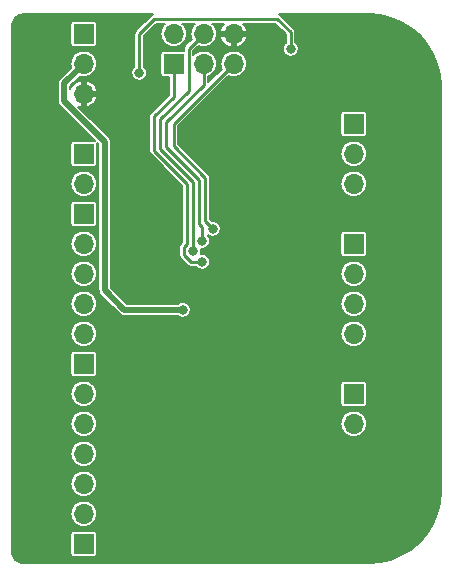
<source format=gbr>
%TF.GenerationSoftware,KiCad,Pcbnew,(5.1.2-1)-1*%
%TF.CreationDate,2019-06-29T03:26:25-07:00*%
%TF.ProjectId,ButtonInterfaceBoard 0-2,42757474-6f6e-4496-9e74-657266616365,rev?*%
%TF.SameCoordinates,Original*%
%TF.FileFunction,Copper,L2,Bot*%
%TF.FilePolarity,Positive*%
%FSLAX46Y46*%
G04 Gerber Fmt 4.6, Leading zero omitted, Abs format (unit mm)*
G04 Created by KiCad (PCBNEW (5.1.2-1)-1) date 2019-06-29 03:26:25*
%MOMM*%
%LPD*%
G04 APERTURE LIST*
%ADD10R,1.700000X1.700000*%
%ADD11O,1.700000X1.700000*%
%ADD12C,0.800000*%
%ADD13C,0.508000*%
%ADD14C,0.254000*%
%ADD15C,0.250000*%
%ADD16C,0.152400*%
G04 APERTURE END LIST*
D10*
X104140000Y-58420000D03*
D11*
X104140000Y-55880000D03*
X106680000Y-58420000D03*
X106680000Y-55880000D03*
X109220000Y-58420000D03*
X109220000Y-55880000D03*
D10*
X96520000Y-55880000D03*
D11*
X96520000Y-58420000D03*
X96520000Y-60960000D03*
X96520000Y-68580000D03*
D10*
X96520000Y-66040000D03*
X96520000Y-71120000D03*
D11*
X96520000Y-73660000D03*
X96520000Y-76200000D03*
X96520000Y-78740000D03*
X96520000Y-81280000D03*
D10*
X96520000Y-99060000D03*
D11*
X96520000Y-96520000D03*
X96520000Y-93980000D03*
X96520000Y-91440000D03*
D10*
X96520000Y-83820000D03*
D11*
X96520000Y-86360000D03*
X96520000Y-88900000D03*
X119380000Y-68580000D03*
X119380000Y-66040000D03*
D10*
X119380000Y-63500000D03*
X119380000Y-86360000D03*
D11*
X119380000Y-88900000D03*
X119380000Y-81280000D03*
X119380000Y-78740000D03*
X119380000Y-76200000D03*
D10*
X119380000Y-73660000D03*
D12*
X107569000Y-65278000D03*
X110490000Y-68580000D03*
X114554000Y-67310000D03*
X115824000Y-59055000D03*
X109474000Y-79121000D03*
X105791000Y-88900000D03*
X104902000Y-91440000D03*
X111506000Y-93345000D03*
X112141000Y-87630000D03*
X117475000Y-77470000D03*
X106680000Y-63119000D03*
X103886000Y-80899000D03*
X102870000Y-83185000D03*
X104902000Y-79248000D03*
X107442000Y-72390004D03*
X106553000Y-75184000D03*
X106553000Y-73406000D03*
X105791000Y-74295000D03*
X114046000Y-57150000D03*
X101219000Y-59182000D03*
D13*
X98298000Y-77597000D02*
X99949000Y-79248000D01*
X99949000Y-79248000D02*
X104902000Y-79248000D01*
X94869000Y-60071000D02*
X94869000Y-61595000D01*
X98298000Y-65024000D02*
X98298000Y-77597000D01*
X94869000Y-61595000D02*
X98298000Y-65024000D01*
X96520000Y-58420000D02*
X94869000Y-60071000D01*
D14*
X104140000Y-63500000D02*
X109220000Y-58420000D01*
X106807000Y-68072000D02*
X104140000Y-65405000D01*
X106807000Y-71755004D02*
X106807000Y-68072000D01*
X104140000Y-65405000D02*
X104140000Y-63500000D01*
X107442000Y-72390004D02*
X106807000Y-71755004D01*
X102489000Y-62865000D02*
X104140000Y-61214000D01*
X102489000Y-65786000D02*
X102489000Y-62865000D01*
X105283000Y-68580000D02*
X102489000Y-65786000D01*
X105283000Y-73660000D02*
X105283000Y-68580000D01*
X105029000Y-73914000D02*
X105283000Y-73660000D01*
X104140000Y-61214000D02*
X104140000Y-58420000D01*
X105029000Y-74608962D02*
X105029000Y-73914000D01*
X105604038Y-75184000D02*
X105029000Y-74608962D01*
X106553000Y-75184000D02*
X105604038Y-75184000D01*
X106680000Y-60198000D02*
X106680000Y-58420000D01*
X103505000Y-63373000D02*
X106680000Y-60198000D01*
X106553000Y-72263000D02*
X106299000Y-72009000D01*
X103505000Y-65458990D02*
X103505000Y-63373000D01*
X106299000Y-68252990D02*
X103505000Y-65458990D01*
X106299000Y-72009000D02*
X106299000Y-68252990D01*
X106553000Y-73406000D02*
X106553000Y-72263000D01*
X105410000Y-57150000D02*
X106680000Y-55880000D01*
X105791000Y-74295000D02*
X105791000Y-68387056D01*
X105791000Y-68387056D02*
X102997000Y-65593056D01*
X102997000Y-63119000D02*
X105410000Y-60706000D01*
X102997000Y-65593056D02*
X102997000Y-63119000D01*
X105410000Y-60706000D02*
X105410000Y-57150000D01*
D15*
X114046000Y-55753000D02*
X114046000Y-57150000D01*
X112903000Y-54610000D02*
X114046000Y-55753000D01*
X102489000Y-54610000D02*
X112903000Y-54610000D01*
X101219000Y-55880000D02*
X102489000Y-54610000D01*
X101219000Y-59182000D02*
X101219000Y-55880000D01*
D16*
G36*
X102334725Y-54237546D02*
G01*
X102334723Y-54237547D01*
X102265026Y-54274801D01*
X102246527Y-54289983D01*
X102203936Y-54324936D01*
X102191370Y-54340248D01*
X100949249Y-55582370D01*
X100933937Y-55594936D01*
X100908867Y-55625485D01*
X100883801Y-55656027D01*
X100859033Y-55702366D01*
X100846547Y-55725725D01*
X100838274Y-55752999D01*
X100823606Y-55801352D01*
X100815859Y-55880000D01*
X100817801Y-55899715D01*
X100817800Y-58636814D01*
X100787948Y-58656761D01*
X100693761Y-58750948D01*
X100619759Y-58861699D01*
X100568786Y-58984760D01*
X100542800Y-59115400D01*
X100542800Y-59248600D01*
X100568786Y-59379240D01*
X100619759Y-59502301D01*
X100693761Y-59613052D01*
X100787948Y-59707239D01*
X100898699Y-59781241D01*
X101021760Y-59832214D01*
X101152400Y-59858200D01*
X101285600Y-59858200D01*
X101416240Y-59832214D01*
X101539301Y-59781241D01*
X101650052Y-59707239D01*
X101744239Y-59613052D01*
X101818241Y-59502301D01*
X101869214Y-59379240D01*
X101895200Y-59248600D01*
X101895200Y-59115400D01*
X101869214Y-58984760D01*
X101818241Y-58861699D01*
X101744239Y-58750948D01*
X101650052Y-58656761D01*
X101620200Y-58636814D01*
X101620200Y-56046181D01*
X102655182Y-55011200D01*
X103423396Y-55011200D01*
X103339803Y-55079803D01*
X103199068Y-55251290D01*
X103094493Y-55446937D01*
X103030095Y-55659226D01*
X103008351Y-55880000D01*
X103030095Y-56100774D01*
X103094493Y-56313063D01*
X103199068Y-56508710D01*
X103339803Y-56680197D01*
X103511290Y-56820932D01*
X103706937Y-56925507D01*
X103919226Y-56989905D01*
X104084675Y-57006200D01*
X104195325Y-57006200D01*
X104360774Y-56989905D01*
X104573063Y-56925507D01*
X104768710Y-56820932D01*
X104940197Y-56680197D01*
X105080932Y-56508710D01*
X105185507Y-56313063D01*
X105249905Y-56100774D01*
X105271649Y-55880000D01*
X105249905Y-55659226D01*
X105185507Y-55446937D01*
X105080932Y-55251290D01*
X104940197Y-55079803D01*
X104856604Y-55011200D01*
X105963396Y-55011200D01*
X105879803Y-55079803D01*
X105739068Y-55251290D01*
X105634493Y-55446937D01*
X105570095Y-55659226D01*
X105548351Y-55880000D01*
X105570095Y-56100774D01*
X105634493Y-56313063D01*
X105649204Y-56340586D01*
X105138892Y-56850898D01*
X105123517Y-56863516D01*
X105110899Y-56878891D01*
X105110896Y-56878894D01*
X105073131Y-56924911D01*
X105035691Y-56994956D01*
X105012635Y-57070959D01*
X105004851Y-57150000D01*
X105006801Y-57169801D01*
X105006801Y-57294119D01*
X104990000Y-57292464D01*
X103290000Y-57292464D01*
X103235855Y-57297797D01*
X103183792Y-57313590D01*
X103135809Y-57339237D01*
X103093752Y-57373752D01*
X103059237Y-57415809D01*
X103033590Y-57463792D01*
X103017797Y-57515855D01*
X103012464Y-57570000D01*
X103012464Y-59270000D01*
X103017797Y-59324145D01*
X103033590Y-59376208D01*
X103059237Y-59424191D01*
X103093752Y-59466248D01*
X103135809Y-59500763D01*
X103183792Y-59526410D01*
X103235855Y-59542203D01*
X103290000Y-59547536D01*
X103736801Y-59547536D01*
X103736800Y-61046989D01*
X102217892Y-62565898D01*
X102202517Y-62578516D01*
X102189899Y-62593891D01*
X102189896Y-62593894D01*
X102152131Y-62639911D01*
X102114691Y-62709956D01*
X102091635Y-62785959D01*
X102083851Y-62865000D01*
X102085801Y-62884801D01*
X102085800Y-65766209D01*
X102083851Y-65786000D01*
X102085800Y-65805791D01*
X102085800Y-65805797D01*
X102087123Y-65819226D01*
X102091549Y-65864162D01*
X102091635Y-65865040D01*
X102114690Y-65941043D01*
X102152130Y-66011088D01*
X102202516Y-66072484D01*
X102217897Y-66085107D01*
X104879801Y-68747011D01*
X104879800Y-73492990D01*
X104757892Y-73614898D01*
X104742517Y-73627516D01*
X104729899Y-73642891D01*
X104729896Y-73642894D01*
X104692131Y-73688911D01*
X104654691Y-73758956D01*
X104631635Y-73834959D01*
X104623851Y-73914000D01*
X104625801Y-73933800D01*
X104625800Y-74589171D01*
X104623851Y-74608962D01*
X104625800Y-74628753D01*
X104625800Y-74628759D01*
X104631635Y-74688002D01*
X104654690Y-74764005D01*
X104692130Y-74834050D01*
X104742516Y-74895446D01*
X104757897Y-74908069D01*
X105304936Y-75455109D01*
X105317554Y-75470484D01*
X105332929Y-75483102D01*
X105332932Y-75483105D01*
X105378949Y-75520870D01*
X105448993Y-75558310D01*
X105524997Y-75581365D01*
X105584240Y-75587200D01*
X105584247Y-75587200D01*
X105604038Y-75589149D01*
X105623829Y-75587200D01*
X106009151Y-75587200D01*
X106027761Y-75615052D01*
X106121948Y-75709239D01*
X106232699Y-75783241D01*
X106355760Y-75834214D01*
X106486400Y-75860200D01*
X106619600Y-75860200D01*
X106750240Y-75834214D01*
X106873301Y-75783241D01*
X106984052Y-75709239D01*
X107078239Y-75615052D01*
X107152241Y-75504301D01*
X107203214Y-75381240D01*
X107229200Y-75250600D01*
X107229200Y-75117400D01*
X107203214Y-74986760D01*
X107152241Y-74863699D01*
X107078239Y-74752948D01*
X106984052Y-74658761D01*
X106873301Y-74584759D01*
X106750240Y-74533786D01*
X106619600Y-74507800D01*
X106486400Y-74507800D01*
X106430133Y-74518992D01*
X106441214Y-74492240D01*
X106467200Y-74361600D01*
X106467200Y-74228400D01*
X106441214Y-74097760D01*
X106430133Y-74071008D01*
X106486400Y-74082200D01*
X106619600Y-74082200D01*
X106750240Y-74056214D01*
X106873301Y-74005241D01*
X106984052Y-73931239D01*
X107078239Y-73837052D01*
X107152241Y-73726301D01*
X107203214Y-73603240D01*
X107229200Y-73472600D01*
X107229200Y-73339400D01*
X107203214Y-73208760D01*
X107152241Y-73085699D01*
X107078239Y-72974948D01*
X107033810Y-72930519D01*
X107121699Y-72989245D01*
X107244760Y-73040218D01*
X107375400Y-73066204D01*
X107508600Y-73066204D01*
X107639240Y-73040218D01*
X107762301Y-72989245D01*
X107873052Y-72915243D01*
X107967239Y-72821056D01*
X107974626Y-72810000D01*
X118252464Y-72810000D01*
X118252464Y-74510000D01*
X118257797Y-74564145D01*
X118273590Y-74616208D01*
X118299237Y-74664191D01*
X118333752Y-74706248D01*
X118375809Y-74740763D01*
X118423792Y-74766410D01*
X118475855Y-74782203D01*
X118530000Y-74787536D01*
X120230000Y-74787536D01*
X120284145Y-74782203D01*
X120336208Y-74766410D01*
X120384191Y-74740763D01*
X120426248Y-74706248D01*
X120460763Y-74664191D01*
X120486410Y-74616208D01*
X120502203Y-74564145D01*
X120507536Y-74510000D01*
X120507536Y-72810000D01*
X120502203Y-72755855D01*
X120486410Y-72703792D01*
X120460763Y-72655809D01*
X120426248Y-72613752D01*
X120384191Y-72579237D01*
X120336208Y-72553590D01*
X120284145Y-72537797D01*
X120230000Y-72532464D01*
X118530000Y-72532464D01*
X118475855Y-72537797D01*
X118423792Y-72553590D01*
X118375809Y-72579237D01*
X118333752Y-72613752D01*
X118299237Y-72655809D01*
X118273590Y-72703792D01*
X118257797Y-72755855D01*
X118252464Y-72810000D01*
X107974626Y-72810000D01*
X108041241Y-72710305D01*
X108092214Y-72587244D01*
X108118200Y-72456604D01*
X108118200Y-72323404D01*
X108092214Y-72192764D01*
X108041241Y-72069703D01*
X107967239Y-71958952D01*
X107873052Y-71864765D01*
X107762301Y-71790763D01*
X107639240Y-71739790D01*
X107508600Y-71713804D01*
X107375400Y-71713804D01*
X107342546Y-71720339D01*
X107210200Y-71587994D01*
X107210200Y-68580000D01*
X118248351Y-68580000D01*
X118270095Y-68800774D01*
X118334493Y-69013063D01*
X118439068Y-69208710D01*
X118579803Y-69380197D01*
X118751290Y-69520932D01*
X118946937Y-69625507D01*
X119159226Y-69689905D01*
X119324675Y-69706200D01*
X119435325Y-69706200D01*
X119600774Y-69689905D01*
X119813063Y-69625507D01*
X120008710Y-69520932D01*
X120180197Y-69380197D01*
X120320932Y-69208710D01*
X120425507Y-69013063D01*
X120489905Y-68800774D01*
X120511649Y-68580000D01*
X120489905Y-68359226D01*
X120425507Y-68146937D01*
X120320932Y-67951290D01*
X120180197Y-67779803D01*
X120008710Y-67639068D01*
X119813063Y-67534493D01*
X119600774Y-67470095D01*
X119435325Y-67453800D01*
X119324675Y-67453800D01*
X119159226Y-67470095D01*
X118946937Y-67534493D01*
X118751290Y-67639068D01*
X118579803Y-67779803D01*
X118439068Y-67951290D01*
X118334493Y-68146937D01*
X118270095Y-68359226D01*
X118248351Y-68580000D01*
X107210200Y-68580000D01*
X107210200Y-68091791D01*
X107212149Y-68072000D01*
X107210200Y-68052209D01*
X107210200Y-68052202D01*
X107204365Y-67992959D01*
X107201012Y-67981906D01*
X107181310Y-67916955D01*
X107143870Y-67846911D01*
X107106105Y-67800894D01*
X107106102Y-67800891D01*
X107093484Y-67785516D01*
X107078109Y-67772898D01*
X105345211Y-66040000D01*
X118248351Y-66040000D01*
X118270095Y-66260774D01*
X118334493Y-66473063D01*
X118439068Y-66668710D01*
X118579803Y-66840197D01*
X118751290Y-66980932D01*
X118946937Y-67085507D01*
X119159226Y-67149905D01*
X119324675Y-67166200D01*
X119435325Y-67166200D01*
X119600774Y-67149905D01*
X119813063Y-67085507D01*
X120008710Y-66980932D01*
X120180197Y-66840197D01*
X120320932Y-66668710D01*
X120425507Y-66473063D01*
X120489905Y-66260774D01*
X120511649Y-66040000D01*
X120489905Y-65819226D01*
X120425507Y-65606937D01*
X120320932Y-65411290D01*
X120180197Y-65239803D01*
X120008710Y-65099068D01*
X119813063Y-64994493D01*
X119600774Y-64930095D01*
X119435325Y-64913800D01*
X119324675Y-64913800D01*
X119159226Y-64930095D01*
X118946937Y-64994493D01*
X118751290Y-65099068D01*
X118579803Y-65239803D01*
X118439068Y-65411290D01*
X118334493Y-65606937D01*
X118270095Y-65819226D01*
X118248351Y-66040000D01*
X105345211Y-66040000D01*
X104543200Y-65237990D01*
X104543200Y-63667010D01*
X105560210Y-62650000D01*
X118252464Y-62650000D01*
X118252464Y-64350000D01*
X118257797Y-64404145D01*
X118273590Y-64456208D01*
X118299237Y-64504191D01*
X118333752Y-64546248D01*
X118375809Y-64580763D01*
X118423792Y-64606410D01*
X118475855Y-64622203D01*
X118530000Y-64627536D01*
X120230000Y-64627536D01*
X120284145Y-64622203D01*
X120336208Y-64606410D01*
X120384191Y-64580763D01*
X120426248Y-64546248D01*
X120460763Y-64504191D01*
X120486410Y-64456208D01*
X120502203Y-64404145D01*
X120507536Y-64350000D01*
X120507536Y-62650000D01*
X120502203Y-62595855D01*
X120486410Y-62543792D01*
X120460763Y-62495809D01*
X120426248Y-62453752D01*
X120384191Y-62419237D01*
X120336208Y-62393590D01*
X120284145Y-62377797D01*
X120230000Y-62372464D01*
X118530000Y-62372464D01*
X118475855Y-62377797D01*
X118423792Y-62393590D01*
X118375809Y-62419237D01*
X118333752Y-62453752D01*
X118299237Y-62495809D01*
X118273590Y-62543792D01*
X118257797Y-62595855D01*
X118252464Y-62650000D01*
X105560210Y-62650000D01*
X108759415Y-59450796D01*
X108786937Y-59465507D01*
X108999226Y-59529905D01*
X109164675Y-59546200D01*
X109275325Y-59546200D01*
X109440774Y-59529905D01*
X109653063Y-59465507D01*
X109848710Y-59360932D01*
X110020197Y-59220197D01*
X110160932Y-59048710D01*
X110265507Y-58853063D01*
X110329905Y-58640774D01*
X110351649Y-58420000D01*
X110329905Y-58199226D01*
X110265507Y-57986937D01*
X110160932Y-57791290D01*
X110020197Y-57619803D01*
X109848710Y-57479068D01*
X109653063Y-57374493D01*
X109440774Y-57310095D01*
X109275325Y-57293800D01*
X109164675Y-57293800D01*
X108999226Y-57310095D01*
X108786937Y-57374493D01*
X108591290Y-57479068D01*
X108419803Y-57619803D01*
X108279068Y-57791290D01*
X108174493Y-57986937D01*
X108110095Y-58199226D01*
X108088351Y-58420000D01*
X108110095Y-58640774D01*
X108174493Y-58853063D01*
X108189204Y-58880585D01*
X107083200Y-59986589D01*
X107083200Y-59474566D01*
X107113063Y-59465507D01*
X107308710Y-59360932D01*
X107480197Y-59220197D01*
X107620932Y-59048710D01*
X107725507Y-58853063D01*
X107789905Y-58640774D01*
X107811649Y-58420000D01*
X107789905Y-58199226D01*
X107725507Y-57986937D01*
X107620932Y-57791290D01*
X107480197Y-57619803D01*
X107308710Y-57479068D01*
X107113063Y-57374493D01*
X106900774Y-57310095D01*
X106735325Y-57293800D01*
X106624675Y-57293800D01*
X106459226Y-57310095D01*
X106246937Y-57374493D01*
X106051290Y-57479068D01*
X105879803Y-57619803D01*
X105813200Y-57700959D01*
X105813200Y-57317010D01*
X106219414Y-56910796D01*
X106246937Y-56925507D01*
X106459226Y-56989905D01*
X106624675Y-57006200D01*
X106735325Y-57006200D01*
X106900774Y-56989905D01*
X107113063Y-56925507D01*
X107308710Y-56820932D01*
X107480197Y-56680197D01*
X107620932Y-56508710D01*
X107725507Y-56313063D01*
X107748238Y-56238129D01*
X108095440Y-56238129D01*
X108186916Y-56450638D01*
X108318092Y-56641218D01*
X108483928Y-56802545D01*
X108678051Y-56928419D01*
X108861872Y-57004552D01*
X109042200Y-56963154D01*
X109042200Y-56057800D01*
X109397800Y-56057800D01*
X109397800Y-56963154D01*
X109578128Y-57004552D01*
X109761949Y-56928419D01*
X109956072Y-56802545D01*
X110121908Y-56641218D01*
X110253084Y-56450638D01*
X110344560Y-56238129D01*
X110304189Y-56057800D01*
X109397800Y-56057800D01*
X109042200Y-56057800D01*
X108135811Y-56057800D01*
X108095440Y-56238129D01*
X107748238Y-56238129D01*
X107789905Y-56100774D01*
X107811649Y-55880000D01*
X107789905Y-55659226D01*
X107725507Y-55446937D01*
X107620932Y-55251290D01*
X107480197Y-55079803D01*
X107396604Y-55011200D01*
X108428681Y-55011200D01*
X108318092Y-55118782D01*
X108186916Y-55309362D01*
X108095440Y-55521871D01*
X108135811Y-55702200D01*
X109042200Y-55702200D01*
X109042200Y-55682200D01*
X109397800Y-55682200D01*
X109397800Y-55702200D01*
X110304189Y-55702200D01*
X110344560Y-55521871D01*
X110253084Y-55309362D01*
X110121908Y-55118782D01*
X110011319Y-55011200D01*
X112736819Y-55011200D01*
X113644800Y-55919182D01*
X113644801Y-56604814D01*
X113614948Y-56624761D01*
X113520761Y-56718948D01*
X113446759Y-56829699D01*
X113395786Y-56952760D01*
X113369800Y-57083400D01*
X113369800Y-57216600D01*
X113395786Y-57347240D01*
X113446759Y-57470301D01*
X113520761Y-57581052D01*
X113614948Y-57675239D01*
X113725699Y-57749241D01*
X113848760Y-57800214D01*
X113979400Y-57826200D01*
X114112600Y-57826200D01*
X114243240Y-57800214D01*
X114366301Y-57749241D01*
X114477052Y-57675239D01*
X114571239Y-57581052D01*
X114645241Y-57470301D01*
X114696214Y-57347240D01*
X114722200Y-57216600D01*
X114722200Y-57083400D01*
X114696214Y-56952760D01*
X114645241Y-56829699D01*
X114571239Y-56718948D01*
X114477052Y-56624761D01*
X114447200Y-56604814D01*
X114447200Y-55772704D01*
X114449141Y-55752999D01*
X114447200Y-55733292D01*
X114441395Y-55674351D01*
X114418454Y-55598725D01*
X114381200Y-55529028D01*
X114381199Y-55529026D01*
X114347761Y-55488282D01*
X114331064Y-55467936D01*
X114315753Y-55455371D01*
X113200634Y-54340253D01*
X113188064Y-54324936D01*
X113126973Y-54274801D01*
X113057275Y-54237546D01*
X113027784Y-54228600D01*
X120640039Y-54228600D01*
X121603563Y-54304431D01*
X122533647Y-54527724D01*
X123417350Y-54893767D01*
X124232913Y-55393543D01*
X124960251Y-56014749D01*
X125581455Y-56742085D01*
X126081231Y-57557645D01*
X126447276Y-58441353D01*
X126670569Y-59371436D01*
X126746400Y-60334962D01*
X126746401Y-94605026D01*
X126670569Y-95568564D01*
X126447276Y-96498647D01*
X126081231Y-97382355D01*
X125581455Y-98197915D01*
X124960251Y-98925251D01*
X124232913Y-99546457D01*
X123417350Y-100046233D01*
X122533647Y-100412276D01*
X121603563Y-100635569D01*
X120640039Y-100711400D01*
X91452406Y-100711400D01*
X91242814Y-100690849D01*
X91053144Y-100633584D01*
X90878203Y-100540566D01*
X90724666Y-100415344D01*
X90598374Y-100262683D01*
X90504139Y-100088398D01*
X90445551Y-99899134D01*
X90423600Y-99690279D01*
X90423600Y-98210000D01*
X95392464Y-98210000D01*
X95392464Y-99910000D01*
X95397797Y-99964145D01*
X95413590Y-100016208D01*
X95439237Y-100064191D01*
X95473752Y-100106248D01*
X95515809Y-100140763D01*
X95563792Y-100166410D01*
X95615855Y-100182203D01*
X95670000Y-100187536D01*
X97370000Y-100187536D01*
X97424145Y-100182203D01*
X97476208Y-100166410D01*
X97524191Y-100140763D01*
X97566248Y-100106248D01*
X97600763Y-100064191D01*
X97626410Y-100016208D01*
X97642203Y-99964145D01*
X97647536Y-99910000D01*
X97647536Y-98210000D01*
X97642203Y-98155855D01*
X97626410Y-98103792D01*
X97600763Y-98055809D01*
X97566248Y-98013752D01*
X97524191Y-97979237D01*
X97476208Y-97953590D01*
X97424145Y-97937797D01*
X97370000Y-97932464D01*
X95670000Y-97932464D01*
X95615855Y-97937797D01*
X95563792Y-97953590D01*
X95515809Y-97979237D01*
X95473752Y-98013752D01*
X95439237Y-98055809D01*
X95413590Y-98103792D01*
X95397797Y-98155855D01*
X95392464Y-98210000D01*
X90423600Y-98210000D01*
X90423600Y-96520000D01*
X95388351Y-96520000D01*
X95410095Y-96740774D01*
X95474493Y-96953063D01*
X95579068Y-97148710D01*
X95719803Y-97320197D01*
X95891290Y-97460932D01*
X96086937Y-97565507D01*
X96299226Y-97629905D01*
X96464675Y-97646200D01*
X96575325Y-97646200D01*
X96740774Y-97629905D01*
X96953063Y-97565507D01*
X97148710Y-97460932D01*
X97320197Y-97320197D01*
X97460932Y-97148710D01*
X97565507Y-96953063D01*
X97629905Y-96740774D01*
X97651649Y-96520000D01*
X97629905Y-96299226D01*
X97565507Y-96086937D01*
X97460932Y-95891290D01*
X97320197Y-95719803D01*
X97148710Y-95579068D01*
X96953063Y-95474493D01*
X96740774Y-95410095D01*
X96575325Y-95393800D01*
X96464675Y-95393800D01*
X96299226Y-95410095D01*
X96086937Y-95474493D01*
X95891290Y-95579068D01*
X95719803Y-95719803D01*
X95579068Y-95891290D01*
X95474493Y-96086937D01*
X95410095Y-96299226D01*
X95388351Y-96520000D01*
X90423600Y-96520000D01*
X90423600Y-93980000D01*
X95388351Y-93980000D01*
X95410095Y-94200774D01*
X95474493Y-94413063D01*
X95579068Y-94608710D01*
X95719803Y-94780197D01*
X95891290Y-94920932D01*
X96086937Y-95025507D01*
X96299226Y-95089905D01*
X96464675Y-95106200D01*
X96575325Y-95106200D01*
X96740774Y-95089905D01*
X96953063Y-95025507D01*
X97148710Y-94920932D01*
X97320197Y-94780197D01*
X97460932Y-94608710D01*
X97565507Y-94413063D01*
X97629905Y-94200774D01*
X97651649Y-93980000D01*
X97629905Y-93759226D01*
X97565507Y-93546937D01*
X97460932Y-93351290D01*
X97320197Y-93179803D01*
X97148710Y-93039068D01*
X96953063Y-92934493D01*
X96740774Y-92870095D01*
X96575325Y-92853800D01*
X96464675Y-92853800D01*
X96299226Y-92870095D01*
X96086937Y-92934493D01*
X95891290Y-93039068D01*
X95719803Y-93179803D01*
X95579068Y-93351290D01*
X95474493Y-93546937D01*
X95410095Y-93759226D01*
X95388351Y-93980000D01*
X90423600Y-93980000D01*
X90423600Y-91440000D01*
X95388351Y-91440000D01*
X95410095Y-91660774D01*
X95474493Y-91873063D01*
X95579068Y-92068710D01*
X95719803Y-92240197D01*
X95891290Y-92380932D01*
X96086937Y-92485507D01*
X96299226Y-92549905D01*
X96464675Y-92566200D01*
X96575325Y-92566200D01*
X96740774Y-92549905D01*
X96953063Y-92485507D01*
X97148710Y-92380932D01*
X97320197Y-92240197D01*
X97460932Y-92068710D01*
X97565507Y-91873063D01*
X97629905Y-91660774D01*
X97651649Y-91440000D01*
X97629905Y-91219226D01*
X97565507Y-91006937D01*
X97460932Y-90811290D01*
X97320197Y-90639803D01*
X97148710Y-90499068D01*
X96953063Y-90394493D01*
X96740774Y-90330095D01*
X96575325Y-90313800D01*
X96464675Y-90313800D01*
X96299226Y-90330095D01*
X96086937Y-90394493D01*
X95891290Y-90499068D01*
X95719803Y-90639803D01*
X95579068Y-90811290D01*
X95474493Y-91006937D01*
X95410095Y-91219226D01*
X95388351Y-91440000D01*
X90423600Y-91440000D01*
X90423600Y-88900000D01*
X95388351Y-88900000D01*
X95410095Y-89120774D01*
X95474493Y-89333063D01*
X95579068Y-89528710D01*
X95719803Y-89700197D01*
X95891290Y-89840932D01*
X96086937Y-89945507D01*
X96299226Y-90009905D01*
X96464675Y-90026200D01*
X96575325Y-90026200D01*
X96740774Y-90009905D01*
X96953063Y-89945507D01*
X97148710Y-89840932D01*
X97320197Y-89700197D01*
X97460932Y-89528710D01*
X97565507Y-89333063D01*
X97629905Y-89120774D01*
X97651649Y-88900000D01*
X118248351Y-88900000D01*
X118270095Y-89120774D01*
X118334493Y-89333063D01*
X118439068Y-89528710D01*
X118579803Y-89700197D01*
X118751290Y-89840932D01*
X118946937Y-89945507D01*
X119159226Y-90009905D01*
X119324675Y-90026200D01*
X119435325Y-90026200D01*
X119600774Y-90009905D01*
X119813063Y-89945507D01*
X120008710Y-89840932D01*
X120180197Y-89700197D01*
X120320932Y-89528710D01*
X120425507Y-89333063D01*
X120489905Y-89120774D01*
X120511649Y-88900000D01*
X120489905Y-88679226D01*
X120425507Y-88466937D01*
X120320932Y-88271290D01*
X120180197Y-88099803D01*
X120008710Y-87959068D01*
X119813063Y-87854493D01*
X119600774Y-87790095D01*
X119435325Y-87773800D01*
X119324675Y-87773800D01*
X119159226Y-87790095D01*
X118946937Y-87854493D01*
X118751290Y-87959068D01*
X118579803Y-88099803D01*
X118439068Y-88271290D01*
X118334493Y-88466937D01*
X118270095Y-88679226D01*
X118248351Y-88900000D01*
X97651649Y-88900000D01*
X97629905Y-88679226D01*
X97565507Y-88466937D01*
X97460932Y-88271290D01*
X97320197Y-88099803D01*
X97148710Y-87959068D01*
X96953063Y-87854493D01*
X96740774Y-87790095D01*
X96575325Y-87773800D01*
X96464675Y-87773800D01*
X96299226Y-87790095D01*
X96086937Y-87854493D01*
X95891290Y-87959068D01*
X95719803Y-88099803D01*
X95579068Y-88271290D01*
X95474493Y-88466937D01*
X95410095Y-88679226D01*
X95388351Y-88900000D01*
X90423600Y-88900000D01*
X90423600Y-86360000D01*
X95388351Y-86360000D01*
X95410095Y-86580774D01*
X95474493Y-86793063D01*
X95579068Y-86988710D01*
X95719803Y-87160197D01*
X95891290Y-87300932D01*
X96086937Y-87405507D01*
X96299226Y-87469905D01*
X96464675Y-87486200D01*
X96575325Y-87486200D01*
X96740774Y-87469905D01*
X96953063Y-87405507D01*
X97148710Y-87300932D01*
X97320197Y-87160197D01*
X97460932Y-86988710D01*
X97565507Y-86793063D01*
X97629905Y-86580774D01*
X97651649Y-86360000D01*
X97629905Y-86139226D01*
X97565507Y-85926937D01*
X97460932Y-85731290D01*
X97320197Y-85559803D01*
X97259512Y-85510000D01*
X118252464Y-85510000D01*
X118252464Y-87210000D01*
X118257797Y-87264145D01*
X118273590Y-87316208D01*
X118299237Y-87364191D01*
X118333752Y-87406248D01*
X118375809Y-87440763D01*
X118423792Y-87466410D01*
X118475855Y-87482203D01*
X118530000Y-87487536D01*
X120230000Y-87487536D01*
X120284145Y-87482203D01*
X120336208Y-87466410D01*
X120384191Y-87440763D01*
X120426248Y-87406248D01*
X120460763Y-87364191D01*
X120486410Y-87316208D01*
X120502203Y-87264145D01*
X120507536Y-87210000D01*
X120507536Y-85510000D01*
X120502203Y-85455855D01*
X120486410Y-85403792D01*
X120460763Y-85355809D01*
X120426248Y-85313752D01*
X120384191Y-85279237D01*
X120336208Y-85253590D01*
X120284145Y-85237797D01*
X120230000Y-85232464D01*
X118530000Y-85232464D01*
X118475855Y-85237797D01*
X118423792Y-85253590D01*
X118375809Y-85279237D01*
X118333752Y-85313752D01*
X118299237Y-85355809D01*
X118273590Y-85403792D01*
X118257797Y-85455855D01*
X118252464Y-85510000D01*
X97259512Y-85510000D01*
X97148710Y-85419068D01*
X96953063Y-85314493D01*
X96740774Y-85250095D01*
X96575325Y-85233800D01*
X96464675Y-85233800D01*
X96299226Y-85250095D01*
X96086937Y-85314493D01*
X95891290Y-85419068D01*
X95719803Y-85559803D01*
X95579068Y-85731290D01*
X95474493Y-85926937D01*
X95410095Y-86139226D01*
X95388351Y-86360000D01*
X90423600Y-86360000D01*
X90423600Y-82970000D01*
X95392464Y-82970000D01*
X95392464Y-84670000D01*
X95397797Y-84724145D01*
X95413590Y-84776208D01*
X95439237Y-84824191D01*
X95473752Y-84866248D01*
X95515809Y-84900763D01*
X95563792Y-84926410D01*
X95615855Y-84942203D01*
X95670000Y-84947536D01*
X97370000Y-84947536D01*
X97424145Y-84942203D01*
X97476208Y-84926410D01*
X97524191Y-84900763D01*
X97566248Y-84866248D01*
X97600763Y-84824191D01*
X97626410Y-84776208D01*
X97642203Y-84724145D01*
X97647536Y-84670000D01*
X97647536Y-82970000D01*
X97642203Y-82915855D01*
X97626410Y-82863792D01*
X97600763Y-82815809D01*
X97566248Y-82773752D01*
X97524191Y-82739237D01*
X97476208Y-82713590D01*
X97424145Y-82697797D01*
X97370000Y-82692464D01*
X95670000Y-82692464D01*
X95615855Y-82697797D01*
X95563792Y-82713590D01*
X95515809Y-82739237D01*
X95473752Y-82773752D01*
X95439237Y-82815809D01*
X95413590Y-82863792D01*
X95397797Y-82915855D01*
X95392464Y-82970000D01*
X90423600Y-82970000D01*
X90423600Y-81280000D01*
X95388351Y-81280000D01*
X95410095Y-81500774D01*
X95474493Y-81713063D01*
X95579068Y-81908710D01*
X95719803Y-82080197D01*
X95891290Y-82220932D01*
X96086937Y-82325507D01*
X96299226Y-82389905D01*
X96464675Y-82406200D01*
X96575325Y-82406200D01*
X96740774Y-82389905D01*
X96953063Y-82325507D01*
X97148710Y-82220932D01*
X97320197Y-82080197D01*
X97460932Y-81908710D01*
X97565507Y-81713063D01*
X97629905Y-81500774D01*
X97651649Y-81280000D01*
X118248351Y-81280000D01*
X118270095Y-81500774D01*
X118334493Y-81713063D01*
X118439068Y-81908710D01*
X118579803Y-82080197D01*
X118751290Y-82220932D01*
X118946937Y-82325507D01*
X119159226Y-82389905D01*
X119324675Y-82406200D01*
X119435325Y-82406200D01*
X119600774Y-82389905D01*
X119813063Y-82325507D01*
X120008710Y-82220932D01*
X120180197Y-82080197D01*
X120320932Y-81908710D01*
X120425507Y-81713063D01*
X120489905Y-81500774D01*
X120511649Y-81280000D01*
X120489905Y-81059226D01*
X120425507Y-80846937D01*
X120320932Y-80651290D01*
X120180197Y-80479803D01*
X120008710Y-80339068D01*
X119813063Y-80234493D01*
X119600774Y-80170095D01*
X119435325Y-80153800D01*
X119324675Y-80153800D01*
X119159226Y-80170095D01*
X118946937Y-80234493D01*
X118751290Y-80339068D01*
X118579803Y-80479803D01*
X118439068Y-80651290D01*
X118334493Y-80846937D01*
X118270095Y-81059226D01*
X118248351Y-81280000D01*
X97651649Y-81280000D01*
X97629905Y-81059226D01*
X97565507Y-80846937D01*
X97460932Y-80651290D01*
X97320197Y-80479803D01*
X97148710Y-80339068D01*
X96953063Y-80234493D01*
X96740774Y-80170095D01*
X96575325Y-80153800D01*
X96464675Y-80153800D01*
X96299226Y-80170095D01*
X96086937Y-80234493D01*
X95891290Y-80339068D01*
X95719803Y-80479803D01*
X95579068Y-80651290D01*
X95474493Y-80846937D01*
X95410095Y-81059226D01*
X95388351Y-81280000D01*
X90423600Y-81280000D01*
X90423600Y-78740000D01*
X95388351Y-78740000D01*
X95410095Y-78960774D01*
X95474493Y-79173063D01*
X95579068Y-79368710D01*
X95719803Y-79540197D01*
X95891290Y-79680932D01*
X96086937Y-79785507D01*
X96299226Y-79849905D01*
X96464675Y-79866200D01*
X96575325Y-79866200D01*
X96740774Y-79849905D01*
X96953063Y-79785507D01*
X97148710Y-79680932D01*
X97320197Y-79540197D01*
X97460932Y-79368710D01*
X97565507Y-79173063D01*
X97629905Y-78960774D01*
X97651649Y-78740000D01*
X97629905Y-78519226D01*
X97565507Y-78306937D01*
X97460932Y-78111290D01*
X97320197Y-77939803D01*
X97148710Y-77799068D01*
X96953063Y-77694493D01*
X96740774Y-77630095D01*
X96575325Y-77613800D01*
X96464675Y-77613800D01*
X96299226Y-77630095D01*
X96086937Y-77694493D01*
X95891290Y-77799068D01*
X95719803Y-77939803D01*
X95579068Y-78111290D01*
X95474493Y-78306937D01*
X95410095Y-78519226D01*
X95388351Y-78740000D01*
X90423600Y-78740000D01*
X90423600Y-76200000D01*
X95388351Y-76200000D01*
X95410095Y-76420774D01*
X95474493Y-76633063D01*
X95579068Y-76828710D01*
X95719803Y-77000197D01*
X95891290Y-77140932D01*
X96086937Y-77245507D01*
X96299226Y-77309905D01*
X96464675Y-77326200D01*
X96575325Y-77326200D01*
X96740774Y-77309905D01*
X96953063Y-77245507D01*
X97148710Y-77140932D01*
X97320197Y-77000197D01*
X97460932Y-76828710D01*
X97565507Y-76633063D01*
X97629905Y-76420774D01*
X97651649Y-76200000D01*
X97629905Y-75979226D01*
X97565507Y-75766937D01*
X97460932Y-75571290D01*
X97320197Y-75399803D01*
X97148710Y-75259068D01*
X96953063Y-75154493D01*
X96740774Y-75090095D01*
X96575325Y-75073800D01*
X96464675Y-75073800D01*
X96299226Y-75090095D01*
X96086937Y-75154493D01*
X95891290Y-75259068D01*
X95719803Y-75399803D01*
X95579068Y-75571290D01*
X95474493Y-75766937D01*
X95410095Y-75979226D01*
X95388351Y-76200000D01*
X90423600Y-76200000D01*
X90423600Y-73660000D01*
X95388351Y-73660000D01*
X95410095Y-73880774D01*
X95474493Y-74093063D01*
X95579068Y-74288710D01*
X95719803Y-74460197D01*
X95891290Y-74600932D01*
X96086937Y-74705507D01*
X96299226Y-74769905D01*
X96464675Y-74786200D01*
X96575325Y-74786200D01*
X96740774Y-74769905D01*
X96953063Y-74705507D01*
X97148710Y-74600932D01*
X97320197Y-74460197D01*
X97460932Y-74288710D01*
X97565507Y-74093063D01*
X97629905Y-73880774D01*
X97651649Y-73660000D01*
X97629905Y-73439226D01*
X97565507Y-73226937D01*
X97460932Y-73031290D01*
X97320197Y-72859803D01*
X97148710Y-72719068D01*
X96953063Y-72614493D01*
X96740774Y-72550095D01*
X96575325Y-72533800D01*
X96464675Y-72533800D01*
X96299226Y-72550095D01*
X96086937Y-72614493D01*
X95891290Y-72719068D01*
X95719803Y-72859803D01*
X95579068Y-73031290D01*
X95474493Y-73226937D01*
X95410095Y-73439226D01*
X95388351Y-73660000D01*
X90423600Y-73660000D01*
X90423600Y-70270000D01*
X95392464Y-70270000D01*
X95392464Y-71970000D01*
X95397797Y-72024145D01*
X95413590Y-72076208D01*
X95439237Y-72124191D01*
X95473752Y-72166248D01*
X95515809Y-72200763D01*
X95563792Y-72226410D01*
X95615855Y-72242203D01*
X95670000Y-72247536D01*
X97370000Y-72247536D01*
X97424145Y-72242203D01*
X97476208Y-72226410D01*
X97524191Y-72200763D01*
X97566248Y-72166248D01*
X97600763Y-72124191D01*
X97626410Y-72076208D01*
X97642203Y-72024145D01*
X97647536Y-71970000D01*
X97647536Y-70270000D01*
X97642203Y-70215855D01*
X97626410Y-70163792D01*
X97600763Y-70115809D01*
X97566248Y-70073752D01*
X97524191Y-70039237D01*
X97476208Y-70013590D01*
X97424145Y-69997797D01*
X97370000Y-69992464D01*
X95670000Y-69992464D01*
X95615855Y-69997797D01*
X95563792Y-70013590D01*
X95515809Y-70039237D01*
X95473752Y-70073752D01*
X95439237Y-70115809D01*
X95413590Y-70163792D01*
X95397797Y-70215855D01*
X95392464Y-70270000D01*
X90423600Y-70270000D01*
X90423600Y-68580000D01*
X95388351Y-68580000D01*
X95410095Y-68800774D01*
X95474493Y-69013063D01*
X95579068Y-69208710D01*
X95719803Y-69380197D01*
X95891290Y-69520932D01*
X96086937Y-69625507D01*
X96299226Y-69689905D01*
X96464675Y-69706200D01*
X96575325Y-69706200D01*
X96740774Y-69689905D01*
X96953063Y-69625507D01*
X97148710Y-69520932D01*
X97320197Y-69380197D01*
X97460932Y-69208710D01*
X97565507Y-69013063D01*
X97629905Y-68800774D01*
X97651649Y-68580000D01*
X97629905Y-68359226D01*
X97565507Y-68146937D01*
X97460932Y-67951290D01*
X97320197Y-67779803D01*
X97148710Y-67639068D01*
X96953063Y-67534493D01*
X96740774Y-67470095D01*
X96575325Y-67453800D01*
X96464675Y-67453800D01*
X96299226Y-67470095D01*
X96086937Y-67534493D01*
X95891290Y-67639068D01*
X95719803Y-67779803D01*
X95579068Y-67951290D01*
X95474493Y-68146937D01*
X95410095Y-68359226D01*
X95388351Y-68580000D01*
X90423600Y-68580000D01*
X90423600Y-60071000D01*
X94336235Y-60071000D01*
X94338800Y-60097040D01*
X94338801Y-61568950D01*
X94336235Y-61595000D01*
X94346191Y-61696072D01*
X94346473Y-61698937D01*
X94376790Y-61798880D01*
X94426023Y-61890988D01*
X94492279Y-61971722D01*
X94512510Y-61988325D01*
X97449748Y-64925563D01*
X97424145Y-64917797D01*
X97370000Y-64912464D01*
X95670000Y-64912464D01*
X95615855Y-64917797D01*
X95563792Y-64933590D01*
X95515809Y-64959237D01*
X95473752Y-64993752D01*
X95439237Y-65035809D01*
X95413590Y-65083792D01*
X95397797Y-65135855D01*
X95392464Y-65190000D01*
X95392464Y-66890000D01*
X95397797Y-66944145D01*
X95413590Y-66996208D01*
X95439237Y-67044191D01*
X95473752Y-67086248D01*
X95515809Y-67120763D01*
X95563792Y-67146410D01*
X95615855Y-67162203D01*
X95670000Y-67167536D01*
X97370000Y-67167536D01*
X97424145Y-67162203D01*
X97476208Y-67146410D01*
X97524191Y-67120763D01*
X97566248Y-67086248D01*
X97600763Y-67044191D01*
X97626410Y-66996208D01*
X97642203Y-66944145D01*
X97647536Y-66890000D01*
X97647536Y-65190000D01*
X97642203Y-65135855D01*
X97634437Y-65110253D01*
X97767800Y-65243616D01*
X97767801Y-77570950D01*
X97765235Y-77597000D01*
X97774838Y-77694493D01*
X97775473Y-77700937D01*
X97805790Y-77800880D01*
X97855023Y-77892988D01*
X97921279Y-77973722D01*
X97941510Y-77990325D01*
X99555675Y-79604491D01*
X99572278Y-79624722D01*
X99653012Y-79690978D01*
X99745120Y-79740211D01*
X99814745Y-79761331D01*
X99845062Y-79770528D01*
X99949000Y-79780765D01*
X99975043Y-79778200D01*
X104478373Y-79778200D01*
X104581699Y-79847241D01*
X104704760Y-79898214D01*
X104835400Y-79924200D01*
X104968600Y-79924200D01*
X105099240Y-79898214D01*
X105222301Y-79847241D01*
X105333052Y-79773239D01*
X105427239Y-79679052D01*
X105501241Y-79568301D01*
X105552214Y-79445240D01*
X105578200Y-79314600D01*
X105578200Y-79181400D01*
X105552214Y-79050760D01*
X105501241Y-78927699D01*
X105427239Y-78816948D01*
X105350291Y-78740000D01*
X118248351Y-78740000D01*
X118270095Y-78960774D01*
X118334493Y-79173063D01*
X118439068Y-79368710D01*
X118579803Y-79540197D01*
X118751290Y-79680932D01*
X118946937Y-79785507D01*
X119159226Y-79849905D01*
X119324675Y-79866200D01*
X119435325Y-79866200D01*
X119600774Y-79849905D01*
X119813063Y-79785507D01*
X120008710Y-79680932D01*
X120180197Y-79540197D01*
X120320932Y-79368710D01*
X120425507Y-79173063D01*
X120489905Y-78960774D01*
X120511649Y-78740000D01*
X120489905Y-78519226D01*
X120425507Y-78306937D01*
X120320932Y-78111290D01*
X120180197Y-77939803D01*
X120008710Y-77799068D01*
X119813063Y-77694493D01*
X119600774Y-77630095D01*
X119435325Y-77613800D01*
X119324675Y-77613800D01*
X119159226Y-77630095D01*
X118946937Y-77694493D01*
X118751290Y-77799068D01*
X118579803Y-77939803D01*
X118439068Y-78111290D01*
X118334493Y-78306937D01*
X118270095Y-78519226D01*
X118248351Y-78740000D01*
X105350291Y-78740000D01*
X105333052Y-78722761D01*
X105222301Y-78648759D01*
X105099240Y-78597786D01*
X104968600Y-78571800D01*
X104835400Y-78571800D01*
X104704760Y-78597786D01*
X104581699Y-78648759D01*
X104478373Y-78717800D01*
X100168616Y-78717800D01*
X98828200Y-77377385D01*
X98828200Y-76200000D01*
X118248351Y-76200000D01*
X118270095Y-76420774D01*
X118334493Y-76633063D01*
X118439068Y-76828710D01*
X118579803Y-77000197D01*
X118751290Y-77140932D01*
X118946937Y-77245507D01*
X119159226Y-77309905D01*
X119324675Y-77326200D01*
X119435325Y-77326200D01*
X119600774Y-77309905D01*
X119813063Y-77245507D01*
X120008710Y-77140932D01*
X120180197Y-77000197D01*
X120320932Y-76828710D01*
X120425507Y-76633063D01*
X120489905Y-76420774D01*
X120511649Y-76200000D01*
X120489905Y-75979226D01*
X120425507Y-75766937D01*
X120320932Y-75571290D01*
X120180197Y-75399803D01*
X120008710Y-75259068D01*
X119813063Y-75154493D01*
X119600774Y-75090095D01*
X119435325Y-75073800D01*
X119324675Y-75073800D01*
X119159226Y-75090095D01*
X118946937Y-75154493D01*
X118751290Y-75259068D01*
X118579803Y-75399803D01*
X118439068Y-75571290D01*
X118334493Y-75766937D01*
X118270095Y-75979226D01*
X118248351Y-76200000D01*
X98828200Y-76200000D01*
X98828200Y-65050039D01*
X98830765Y-65023999D01*
X98821860Y-64933590D01*
X98820528Y-64920063D01*
X98790211Y-64820120D01*
X98740978Y-64728012D01*
X98674722Y-64647278D01*
X98654491Y-64630675D01*
X96067943Y-62044128D01*
X96161871Y-62084560D01*
X96342200Y-62044189D01*
X96342200Y-61137800D01*
X96697800Y-61137800D01*
X96697800Y-62044189D01*
X96878129Y-62084560D01*
X97090638Y-61993084D01*
X97281218Y-61861908D01*
X97442545Y-61696072D01*
X97568419Y-61501949D01*
X97644552Y-61318128D01*
X97603154Y-61137800D01*
X96697800Y-61137800D01*
X96342200Y-61137800D01*
X96322200Y-61137800D01*
X96322200Y-60782200D01*
X96342200Y-60782200D01*
X96342200Y-59875811D01*
X96697800Y-59875811D01*
X96697800Y-60782200D01*
X97603154Y-60782200D01*
X97644552Y-60601872D01*
X97568419Y-60418051D01*
X97442545Y-60223928D01*
X97281218Y-60058092D01*
X97090638Y-59926916D01*
X96878129Y-59835440D01*
X96697800Y-59875811D01*
X96342200Y-59875811D01*
X96161871Y-59835440D01*
X95949362Y-59926916D01*
X95758782Y-60058092D01*
X95597455Y-60223928D01*
X95471581Y-60418051D01*
X95399200Y-60592813D01*
X95399200Y-60290615D01*
X96192336Y-59497480D01*
X96299226Y-59529905D01*
X96464675Y-59546200D01*
X96575325Y-59546200D01*
X96740774Y-59529905D01*
X96953063Y-59465507D01*
X97148710Y-59360932D01*
X97320197Y-59220197D01*
X97460932Y-59048710D01*
X97565507Y-58853063D01*
X97629905Y-58640774D01*
X97651649Y-58420000D01*
X97629905Y-58199226D01*
X97565507Y-57986937D01*
X97460932Y-57791290D01*
X97320197Y-57619803D01*
X97148710Y-57479068D01*
X96953063Y-57374493D01*
X96740774Y-57310095D01*
X96575325Y-57293800D01*
X96464675Y-57293800D01*
X96299226Y-57310095D01*
X96086937Y-57374493D01*
X95891290Y-57479068D01*
X95719803Y-57619803D01*
X95579068Y-57791290D01*
X95474493Y-57986937D01*
X95410095Y-58199226D01*
X95388351Y-58420000D01*
X95410095Y-58640774D01*
X95442520Y-58747664D01*
X94512514Y-59677671D01*
X94492278Y-59694278D01*
X94426022Y-59775012D01*
X94376789Y-59867121D01*
X94346472Y-59967064D01*
X94338997Y-60042956D01*
X94336235Y-60071000D01*
X90423600Y-60071000D01*
X90423600Y-55257406D01*
X90444151Y-55047814D01*
X90449529Y-55030000D01*
X95392464Y-55030000D01*
X95392464Y-56730000D01*
X95397797Y-56784145D01*
X95413590Y-56836208D01*
X95439237Y-56884191D01*
X95473752Y-56926248D01*
X95515809Y-56960763D01*
X95563792Y-56986410D01*
X95615855Y-57002203D01*
X95670000Y-57007536D01*
X97370000Y-57007536D01*
X97424145Y-57002203D01*
X97476208Y-56986410D01*
X97524191Y-56960763D01*
X97566248Y-56926248D01*
X97600763Y-56884191D01*
X97626410Y-56836208D01*
X97642203Y-56784145D01*
X97647536Y-56730000D01*
X97647536Y-55030000D01*
X97642203Y-54975855D01*
X97626410Y-54923792D01*
X97600763Y-54875809D01*
X97566248Y-54833752D01*
X97524191Y-54799237D01*
X97476208Y-54773590D01*
X97424145Y-54757797D01*
X97370000Y-54752464D01*
X95670000Y-54752464D01*
X95615855Y-54757797D01*
X95563792Y-54773590D01*
X95515809Y-54799237D01*
X95473752Y-54833752D01*
X95439237Y-54875809D01*
X95413590Y-54923792D01*
X95397797Y-54975855D01*
X95392464Y-55030000D01*
X90449529Y-55030000D01*
X90501415Y-54858146D01*
X90594433Y-54683205D01*
X90719656Y-54529666D01*
X90872317Y-54403374D01*
X91046602Y-54309139D01*
X91235866Y-54250551D01*
X91444721Y-54228600D01*
X102364216Y-54228600D01*
X102334725Y-54237546D01*
X102334725Y-54237546D01*
G37*
X102334725Y-54237546D02*
X102334723Y-54237547D01*
X102265026Y-54274801D01*
X102246527Y-54289983D01*
X102203936Y-54324936D01*
X102191370Y-54340248D01*
X100949249Y-55582370D01*
X100933937Y-55594936D01*
X100908867Y-55625485D01*
X100883801Y-55656027D01*
X100859033Y-55702366D01*
X100846547Y-55725725D01*
X100838274Y-55752999D01*
X100823606Y-55801352D01*
X100815859Y-55880000D01*
X100817801Y-55899715D01*
X100817800Y-58636814D01*
X100787948Y-58656761D01*
X100693761Y-58750948D01*
X100619759Y-58861699D01*
X100568786Y-58984760D01*
X100542800Y-59115400D01*
X100542800Y-59248600D01*
X100568786Y-59379240D01*
X100619759Y-59502301D01*
X100693761Y-59613052D01*
X100787948Y-59707239D01*
X100898699Y-59781241D01*
X101021760Y-59832214D01*
X101152400Y-59858200D01*
X101285600Y-59858200D01*
X101416240Y-59832214D01*
X101539301Y-59781241D01*
X101650052Y-59707239D01*
X101744239Y-59613052D01*
X101818241Y-59502301D01*
X101869214Y-59379240D01*
X101895200Y-59248600D01*
X101895200Y-59115400D01*
X101869214Y-58984760D01*
X101818241Y-58861699D01*
X101744239Y-58750948D01*
X101650052Y-58656761D01*
X101620200Y-58636814D01*
X101620200Y-56046181D01*
X102655182Y-55011200D01*
X103423396Y-55011200D01*
X103339803Y-55079803D01*
X103199068Y-55251290D01*
X103094493Y-55446937D01*
X103030095Y-55659226D01*
X103008351Y-55880000D01*
X103030095Y-56100774D01*
X103094493Y-56313063D01*
X103199068Y-56508710D01*
X103339803Y-56680197D01*
X103511290Y-56820932D01*
X103706937Y-56925507D01*
X103919226Y-56989905D01*
X104084675Y-57006200D01*
X104195325Y-57006200D01*
X104360774Y-56989905D01*
X104573063Y-56925507D01*
X104768710Y-56820932D01*
X104940197Y-56680197D01*
X105080932Y-56508710D01*
X105185507Y-56313063D01*
X105249905Y-56100774D01*
X105271649Y-55880000D01*
X105249905Y-55659226D01*
X105185507Y-55446937D01*
X105080932Y-55251290D01*
X104940197Y-55079803D01*
X104856604Y-55011200D01*
X105963396Y-55011200D01*
X105879803Y-55079803D01*
X105739068Y-55251290D01*
X105634493Y-55446937D01*
X105570095Y-55659226D01*
X105548351Y-55880000D01*
X105570095Y-56100774D01*
X105634493Y-56313063D01*
X105649204Y-56340586D01*
X105138892Y-56850898D01*
X105123517Y-56863516D01*
X105110899Y-56878891D01*
X105110896Y-56878894D01*
X105073131Y-56924911D01*
X105035691Y-56994956D01*
X105012635Y-57070959D01*
X105004851Y-57150000D01*
X105006801Y-57169801D01*
X105006801Y-57294119D01*
X104990000Y-57292464D01*
X103290000Y-57292464D01*
X103235855Y-57297797D01*
X103183792Y-57313590D01*
X103135809Y-57339237D01*
X103093752Y-57373752D01*
X103059237Y-57415809D01*
X103033590Y-57463792D01*
X103017797Y-57515855D01*
X103012464Y-57570000D01*
X103012464Y-59270000D01*
X103017797Y-59324145D01*
X103033590Y-59376208D01*
X103059237Y-59424191D01*
X103093752Y-59466248D01*
X103135809Y-59500763D01*
X103183792Y-59526410D01*
X103235855Y-59542203D01*
X103290000Y-59547536D01*
X103736801Y-59547536D01*
X103736800Y-61046989D01*
X102217892Y-62565898D01*
X102202517Y-62578516D01*
X102189899Y-62593891D01*
X102189896Y-62593894D01*
X102152131Y-62639911D01*
X102114691Y-62709956D01*
X102091635Y-62785959D01*
X102083851Y-62865000D01*
X102085801Y-62884801D01*
X102085800Y-65766209D01*
X102083851Y-65786000D01*
X102085800Y-65805791D01*
X102085800Y-65805797D01*
X102087123Y-65819226D01*
X102091549Y-65864162D01*
X102091635Y-65865040D01*
X102114690Y-65941043D01*
X102152130Y-66011088D01*
X102202516Y-66072484D01*
X102217897Y-66085107D01*
X104879801Y-68747011D01*
X104879800Y-73492990D01*
X104757892Y-73614898D01*
X104742517Y-73627516D01*
X104729899Y-73642891D01*
X104729896Y-73642894D01*
X104692131Y-73688911D01*
X104654691Y-73758956D01*
X104631635Y-73834959D01*
X104623851Y-73914000D01*
X104625801Y-73933800D01*
X104625800Y-74589171D01*
X104623851Y-74608962D01*
X104625800Y-74628753D01*
X104625800Y-74628759D01*
X104631635Y-74688002D01*
X104654690Y-74764005D01*
X104692130Y-74834050D01*
X104742516Y-74895446D01*
X104757897Y-74908069D01*
X105304936Y-75455109D01*
X105317554Y-75470484D01*
X105332929Y-75483102D01*
X105332932Y-75483105D01*
X105378949Y-75520870D01*
X105448993Y-75558310D01*
X105524997Y-75581365D01*
X105584240Y-75587200D01*
X105584247Y-75587200D01*
X105604038Y-75589149D01*
X105623829Y-75587200D01*
X106009151Y-75587200D01*
X106027761Y-75615052D01*
X106121948Y-75709239D01*
X106232699Y-75783241D01*
X106355760Y-75834214D01*
X106486400Y-75860200D01*
X106619600Y-75860200D01*
X106750240Y-75834214D01*
X106873301Y-75783241D01*
X106984052Y-75709239D01*
X107078239Y-75615052D01*
X107152241Y-75504301D01*
X107203214Y-75381240D01*
X107229200Y-75250600D01*
X107229200Y-75117400D01*
X107203214Y-74986760D01*
X107152241Y-74863699D01*
X107078239Y-74752948D01*
X106984052Y-74658761D01*
X106873301Y-74584759D01*
X106750240Y-74533786D01*
X106619600Y-74507800D01*
X106486400Y-74507800D01*
X106430133Y-74518992D01*
X106441214Y-74492240D01*
X106467200Y-74361600D01*
X106467200Y-74228400D01*
X106441214Y-74097760D01*
X106430133Y-74071008D01*
X106486400Y-74082200D01*
X106619600Y-74082200D01*
X106750240Y-74056214D01*
X106873301Y-74005241D01*
X106984052Y-73931239D01*
X107078239Y-73837052D01*
X107152241Y-73726301D01*
X107203214Y-73603240D01*
X107229200Y-73472600D01*
X107229200Y-73339400D01*
X107203214Y-73208760D01*
X107152241Y-73085699D01*
X107078239Y-72974948D01*
X107033810Y-72930519D01*
X107121699Y-72989245D01*
X107244760Y-73040218D01*
X107375400Y-73066204D01*
X107508600Y-73066204D01*
X107639240Y-73040218D01*
X107762301Y-72989245D01*
X107873052Y-72915243D01*
X107967239Y-72821056D01*
X107974626Y-72810000D01*
X118252464Y-72810000D01*
X118252464Y-74510000D01*
X118257797Y-74564145D01*
X118273590Y-74616208D01*
X118299237Y-74664191D01*
X118333752Y-74706248D01*
X118375809Y-74740763D01*
X118423792Y-74766410D01*
X118475855Y-74782203D01*
X118530000Y-74787536D01*
X120230000Y-74787536D01*
X120284145Y-74782203D01*
X120336208Y-74766410D01*
X120384191Y-74740763D01*
X120426248Y-74706248D01*
X120460763Y-74664191D01*
X120486410Y-74616208D01*
X120502203Y-74564145D01*
X120507536Y-74510000D01*
X120507536Y-72810000D01*
X120502203Y-72755855D01*
X120486410Y-72703792D01*
X120460763Y-72655809D01*
X120426248Y-72613752D01*
X120384191Y-72579237D01*
X120336208Y-72553590D01*
X120284145Y-72537797D01*
X120230000Y-72532464D01*
X118530000Y-72532464D01*
X118475855Y-72537797D01*
X118423792Y-72553590D01*
X118375809Y-72579237D01*
X118333752Y-72613752D01*
X118299237Y-72655809D01*
X118273590Y-72703792D01*
X118257797Y-72755855D01*
X118252464Y-72810000D01*
X107974626Y-72810000D01*
X108041241Y-72710305D01*
X108092214Y-72587244D01*
X108118200Y-72456604D01*
X108118200Y-72323404D01*
X108092214Y-72192764D01*
X108041241Y-72069703D01*
X107967239Y-71958952D01*
X107873052Y-71864765D01*
X107762301Y-71790763D01*
X107639240Y-71739790D01*
X107508600Y-71713804D01*
X107375400Y-71713804D01*
X107342546Y-71720339D01*
X107210200Y-71587994D01*
X107210200Y-68580000D01*
X118248351Y-68580000D01*
X118270095Y-68800774D01*
X118334493Y-69013063D01*
X118439068Y-69208710D01*
X118579803Y-69380197D01*
X118751290Y-69520932D01*
X118946937Y-69625507D01*
X119159226Y-69689905D01*
X119324675Y-69706200D01*
X119435325Y-69706200D01*
X119600774Y-69689905D01*
X119813063Y-69625507D01*
X120008710Y-69520932D01*
X120180197Y-69380197D01*
X120320932Y-69208710D01*
X120425507Y-69013063D01*
X120489905Y-68800774D01*
X120511649Y-68580000D01*
X120489905Y-68359226D01*
X120425507Y-68146937D01*
X120320932Y-67951290D01*
X120180197Y-67779803D01*
X120008710Y-67639068D01*
X119813063Y-67534493D01*
X119600774Y-67470095D01*
X119435325Y-67453800D01*
X119324675Y-67453800D01*
X119159226Y-67470095D01*
X118946937Y-67534493D01*
X118751290Y-67639068D01*
X118579803Y-67779803D01*
X118439068Y-67951290D01*
X118334493Y-68146937D01*
X118270095Y-68359226D01*
X118248351Y-68580000D01*
X107210200Y-68580000D01*
X107210200Y-68091791D01*
X107212149Y-68072000D01*
X107210200Y-68052209D01*
X107210200Y-68052202D01*
X107204365Y-67992959D01*
X107201012Y-67981906D01*
X107181310Y-67916955D01*
X107143870Y-67846911D01*
X107106105Y-67800894D01*
X107106102Y-67800891D01*
X107093484Y-67785516D01*
X107078109Y-67772898D01*
X105345211Y-66040000D01*
X118248351Y-66040000D01*
X118270095Y-66260774D01*
X118334493Y-66473063D01*
X118439068Y-66668710D01*
X118579803Y-66840197D01*
X118751290Y-66980932D01*
X118946937Y-67085507D01*
X119159226Y-67149905D01*
X119324675Y-67166200D01*
X119435325Y-67166200D01*
X119600774Y-67149905D01*
X119813063Y-67085507D01*
X120008710Y-66980932D01*
X120180197Y-66840197D01*
X120320932Y-66668710D01*
X120425507Y-66473063D01*
X120489905Y-66260774D01*
X120511649Y-66040000D01*
X120489905Y-65819226D01*
X120425507Y-65606937D01*
X120320932Y-65411290D01*
X120180197Y-65239803D01*
X120008710Y-65099068D01*
X119813063Y-64994493D01*
X119600774Y-64930095D01*
X119435325Y-64913800D01*
X119324675Y-64913800D01*
X119159226Y-64930095D01*
X118946937Y-64994493D01*
X118751290Y-65099068D01*
X118579803Y-65239803D01*
X118439068Y-65411290D01*
X118334493Y-65606937D01*
X118270095Y-65819226D01*
X118248351Y-66040000D01*
X105345211Y-66040000D01*
X104543200Y-65237990D01*
X104543200Y-63667010D01*
X105560210Y-62650000D01*
X118252464Y-62650000D01*
X118252464Y-64350000D01*
X118257797Y-64404145D01*
X118273590Y-64456208D01*
X118299237Y-64504191D01*
X118333752Y-64546248D01*
X118375809Y-64580763D01*
X118423792Y-64606410D01*
X118475855Y-64622203D01*
X118530000Y-64627536D01*
X120230000Y-64627536D01*
X120284145Y-64622203D01*
X120336208Y-64606410D01*
X120384191Y-64580763D01*
X120426248Y-64546248D01*
X120460763Y-64504191D01*
X120486410Y-64456208D01*
X120502203Y-64404145D01*
X120507536Y-64350000D01*
X120507536Y-62650000D01*
X120502203Y-62595855D01*
X120486410Y-62543792D01*
X120460763Y-62495809D01*
X120426248Y-62453752D01*
X120384191Y-62419237D01*
X120336208Y-62393590D01*
X120284145Y-62377797D01*
X120230000Y-62372464D01*
X118530000Y-62372464D01*
X118475855Y-62377797D01*
X118423792Y-62393590D01*
X118375809Y-62419237D01*
X118333752Y-62453752D01*
X118299237Y-62495809D01*
X118273590Y-62543792D01*
X118257797Y-62595855D01*
X118252464Y-62650000D01*
X105560210Y-62650000D01*
X108759415Y-59450796D01*
X108786937Y-59465507D01*
X108999226Y-59529905D01*
X109164675Y-59546200D01*
X109275325Y-59546200D01*
X109440774Y-59529905D01*
X109653063Y-59465507D01*
X109848710Y-59360932D01*
X110020197Y-59220197D01*
X110160932Y-59048710D01*
X110265507Y-58853063D01*
X110329905Y-58640774D01*
X110351649Y-58420000D01*
X110329905Y-58199226D01*
X110265507Y-57986937D01*
X110160932Y-57791290D01*
X110020197Y-57619803D01*
X109848710Y-57479068D01*
X109653063Y-57374493D01*
X109440774Y-57310095D01*
X109275325Y-57293800D01*
X109164675Y-57293800D01*
X108999226Y-57310095D01*
X108786937Y-57374493D01*
X108591290Y-57479068D01*
X108419803Y-57619803D01*
X108279068Y-57791290D01*
X108174493Y-57986937D01*
X108110095Y-58199226D01*
X108088351Y-58420000D01*
X108110095Y-58640774D01*
X108174493Y-58853063D01*
X108189204Y-58880585D01*
X107083200Y-59986589D01*
X107083200Y-59474566D01*
X107113063Y-59465507D01*
X107308710Y-59360932D01*
X107480197Y-59220197D01*
X107620932Y-59048710D01*
X107725507Y-58853063D01*
X107789905Y-58640774D01*
X107811649Y-58420000D01*
X107789905Y-58199226D01*
X107725507Y-57986937D01*
X107620932Y-57791290D01*
X107480197Y-57619803D01*
X107308710Y-57479068D01*
X107113063Y-57374493D01*
X106900774Y-57310095D01*
X106735325Y-57293800D01*
X106624675Y-57293800D01*
X106459226Y-57310095D01*
X106246937Y-57374493D01*
X106051290Y-57479068D01*
X105879803Y-57619803D01*
X105813200Y-57700959D01*
X105813200Y-57317010D01*
X106219414Y-56910796D01*
X106246937Y-56925507D01*
X106459226Y-56989905D01*
X106624675Y-57006200D01*
X106735325Y-57006200D01*
X106900774Y-56989905D01*
X107113063Y-56925507D01*
X107308710Y-56820932D01*
X107480197Y-56680197D01*
X107620932Y-56508710D01*
X107725507Y-56313063D01*
X107748238Y-56238129D01*
X108095440Y-56238129D01*
X108186916Y-56450638D01*
X108318092Y-56641218D01*
X108483928Y-56802545D01*
X108678051Y-56928419D01*
X108861872Y-57004552D01*
X109042200Y-56963154D01*
X109042200Y-56057800D01*
X109397800Y-56057800D01*
X109397800Y-56963154D01*
X109578128Y-57004552D01*
X109761949Y-56928419D01*
X109956072Y-56802545D01*
X110121908Y-56641218D01*
X110253084Y-56450638D01*
X110344560Y-56238129D01*
X110304189Y-56057800D01*
X109397800Y-56057800D01*
X109042200Y-56057800D01*
X108135811Y-56057800D01*
X108095440Y-56238129D01*
X107748238Y-56238129D01*
X107789905Y-56100774D01*
X107811649Y-55880000D01*
X107789905Y-55659226D01*
X107725507Y-55446937D01*
X107620932Y-55251290D01*
X107480197Y-55079803D01*
X107396604Y-55011200D01*
X108428681Y-55011200D01*
X108318092Y-55118782D01*
X108186916Y-55309362D01*
X108095440Y-55521871D01*
X108135811Y-55702200D01*
X109042200Y-55702200D01*
X109042200Y-55682200D01*
X109397800Y-55682200D01*
X109397800Y-55702200D01*
X110304189Y-55702200D01*
X110344560Y-55521871D01*
X110253084Y-55309362D01*
X110121908Y-55118782D01*
X110011319Y-55011200D01*
X112736819Y-55011200D01*
X113644800Y-55919182D01*
X113644801Y-56604814D01*
X113614948Y-56624761D01*
X113520761Y-56718948D01*
X113446759Y-56829699D01*
X113395786Y-56952760D01*
X113369800Y-57083400D01*
X113369800Y-57216600D01*
X113395786Y-57347240D01*
X113446759Y-57470301D01*
X113520761Y-57581052D01*
X113614948Y-57675239D01*
X113725699Y-57749241D01*
X113848760Y-57800214D01*
X113979400Y-57826200D01*
X114112600Y-57826200D01*
X114243240Y-57800214D01*
X114366301Y-57749241D01*
X114477052Y-57675239D01*
X114571239Y-57581052D01*
X114645241Y-57470301D01*
X114696214Y-57347240D01*
X114722200Y-57216600D01*
X114722200Y-57083400D01*
X114696214Y-56952760D01*
X114645241Y-56829699D01*
X114571239Y-56718948D01*
X114477052Y-56624761D01*
X114447200Y-56604814D01*
X114447200Y-55772704D01*
X114449141Y-55752999D01*
X114447200Y-55733292D01*
X114441395Y-55674351D01*
X114418454Y-55598725D01*
X114381200Y-55529028D01*
X114381199Y-55529026D01*
X114347761Y-55488282D01*
X114331064Y-55467936D01*
X114315753Y-55455371D01*
X113200634Y-54340253D01*
X113188064Y-54324936D01*
X113126973Y-54274801D01*
X113057275Y-54237546D01*
X113027784Y-54228600D01*
X120640039Y-54228600D01*
X121603563Y-54304431D01*
X122533647Y-54527724D01*
X123417350Y-54893767D01*
X124232913Y-55393543D01*
X124960251Y-56014749D01*
X125581455Y-56742085D01*
X126081231Y-57557645D01*
X126447276Y-58441353D01*
X126670569Y-59371436D01*
X126746400Y-60334962D01*
X126746401Y-94605026D01*
X126670569Y-95568564D01*
X126447276Y-96498647D01*
X126081231Y-97382355D01*
X125581455Y-98197915D01*
X124960251Y-98925251D01*
X124232913Y-99546457D01*
X123417350Y-100046233D01*
X122533647Y-100412276D01*
X121603563Y-100635569D01*
X120640039Y-100711400D01*
X91452406Y-100711400D01*
X91242814Y-100690849D01*
X91053144Y-100633584D01*
X90878203Y-100540566D01*
X90724666Y-100415344D01*
X90598374Y-100262683D01*
X90504139Y-100088398D01*
X90445551Y-99899134D01*
X90423600Y-99690279D01*
X90423600Y-98210000D01*
X95392464Y-98210000D01*
X95392464Y-99910000D01*
X95397797Y-99964145D01*
X95413590Y-100016208D01*
X95439237Y-100064191D01*
X95473752Y-100106248D01*
X95515809Y-100140763D01*
X95563792Y-100166410D01*
X95615855Y-100182203D01*
X95670000Y-100187536D01*
X97370000Y-100187536D01*
X97424145Y-100182203D01*
X97476208Y-100166410D01*
X97524191Y-100140763D01*
X97566248Y-100106248D01*
X97600763Y-100064191D01*
X97626410Y-100016208D01*
X97642203Y-99964145D01*
X97647536Y-99910000D01*
X97647536Y-98210000D01*
X97642203Y-98155855D01*
X97626410Y-98103792D01*
X97600763Y-98055809D01*
X97566248Y-98013752D01*
X97524191Y-97979237D01*
X97476208Y-97953590D01*
X97424145Y-97937797D01*
X97370000Y-97932464D01*
X95670000Y-97932464D01*
X95615855Y-97937797D01*
X95563792Y-97953590D01*
X95515809Y-97979237D01*
X95473752Y-98013752D01*
X95439237Y-98055809D01*
X95413590Y-98103792D01*
X95397797Y-98155855D01*
X95392464Y-98210000D01*
X90423600Y-98210000D01*
X90423600Y-96520000D01*
X95388351Y-96520000D01*
X95410095Y-96740774D01*
X95474493Y-96953063D01*
X95579068Y-97148710D01*
X95719803Y-97320197D01*
X95891290Y-97460932D01*
X96086937Y-97565507D01*
X96299226Y-97629905D01*
X96464675Y-97646200D01*
X96575325Y-97646200D01*
X96740774Y-97629905D01*
X96953063Y-97565507D01*
X97148710Y-97460932D01*
X97320197Y-97320197D01*
X97460932Y-97148710D01*
X97565507Y-96953063D01*
X97629905Y-96740774D01*
X97651649Y-96520000D01*
X97629905Y-96299226D01*
X97565507Y-96086937D01*
X97460932Y-95891290D01*
X97320197Y-95719803D01*
X97148710Y-95579068D01*
X96953063Y-95474493D01*
X96740774Y-95410095D01*
X96575325Y-95393800D01*
X96464675Y-95393800D01*
X96299226Y-95410095D01*
X96086937Y-95474493D01*
X95891290Y-95579068D01*
X95719803Y-95719803D01*
X95579068Y-95891290D01*
X95474493Y-96086937D01*
X95410095Y-96299226D01*
X95388351Y-96520000D01*
X90423600Y-96520000D01*
X90423600Y-93980000D01*
X95388351Y-93980000D01*
X95410095Y-94200774D01*
X95474493Y-94413063D01*
X95579068Y-94608710D01*
X95719803Y-94780197D01*
X95891290Y-94920932D01*
X96086937Y-95025507D01*
X96299226Y-95089905D01*
X96464675Y-95106200D01*
X96575325Y-95106200D01*
X96740774Y-95089905D01*
X96953063Y-95025507D01*
X97148710Y-94920932D01*
X97320197Y-94780197D01*
X97460932Y-94608710D01*
X97565507Y-94413063D01*
X97629905Y-94200774D01*
X97651649Y-93980000D01*
X97629905Y-93759226D01*
X97565507Y-93546937D01*
X97460932Y-93351290D01*
X97320197Y-93179803D01*
X97148710Y-93039068D01*
X96953063Y-92934493D01*
X96740774Y-92870095D01*
X96575325Y-92853800D01*
X96464675Y-92853800D01*
X96299226Y-92870095D01*
X96086937Y-92934493D01*
X95891290Y-93039068D01*
X95719803Y-93179803D01*
X95579068Y-93351290D01*
X95474493Y-93546937D01*
X95410095Y-93759226D01*
X95388351Y-93980000D01*
X90423600Y-93980000D01*
X90423600Y-91440000D01*
X95388351Y-91440000D01*
X95410095Y-91660774D01*
X95474493Y-91873063D01*
X95579068Y-92068710D01*
X95719803Y-92240197D01*
X95891290Y-92380932D01*
X96086937Y-92485507D01*
X96299226Y-92549905D01*
X96464675Y-92566200D01*
X96575325Y-92566200D01*
X96740774Y-92549905D01*
X96953063Y-92485507D01*
X97148710Y-92380932D01*
X97320197Y-92240197D01*
X97460932Y-92068710D01*
X97565507Y-91873063D01*
X97629905Y-91660774D01*
X97651649Y-91440000D01*
X97629905Y-91219226D01*
X97565507Y-91006937D01*
X97460932Y-90811290D01*
X97320197Y-90639803D01*
X97148710Y-90499068D01*
X96953063Y-90394493D01*
X96740774Y-90330095D01*
X96575325Y-90313800D01*
X96464675Y-90313800D01*
X96299226Y-90330095D01*
X96086937Y-90394493D01*
X95891290Y-90499068D01*
X95719803Y-90639803D01*
X95579068Y-90811290D01*
X95474493Y-91006937D01*
X95410095Y-91219226D01*
X95388351Y-91440000D01*
X90423600Y-91440000D01*
X90423600Y-88900000D01*
X95388351Y-88900000D01*
X95410095Y-89120774D01*
X95474493Y-89333063D01*
X95579068Y-89528710D01*
X95719803Y-89700197D01*
X95891290Y-89840932D01*
X96086937Y-89945507D01*
X96299226Y-90009905D01*
X96464675Y-90026200D01*
X96575325Y-90026200D01*
X96740774Y-90009905D01*
X96953063Y-89945507D01*
X97148710Y-89840932D01*
X97320197Y-89700197D01*
X97460932Y-89528710D01*
X97565507Y-89333063D01*
X97629905Y-89120774D01*
X97651649Y-88900000D01*
X118248351Y-88900000D01*
X118270095Y-89120774D01*
X118334493Y-89333063D01*
X118439068Y-89528710D01*
X118579803Y-89700197D01*
X118751290Y-89840932D01*
X118946937Y-89945507D01*
X119159226Y-90009905D01*
X119324675Y-90026200D01*
X119435325Y-90026200D01*
X119600774Y-90009905D01*
X119813063Y-89945507D01*
X120008710Y-89840932D01*
X120180197Y-89700197D01*
X120320932Y-89528710D01*
X120425507Y-89333063D01*
X120489905Y-89120774D01*
X120511649Y-88900000D01*
X120489905Y-88679226D01*
X120425507Y-88466937D01*
X120320932Y-88271290D01*
X120180197Y-88099803D01*
X120008710Y-87959068D01*
X119813063Y-87854493D01*
X119600774Y-87790095D01*
X119435325Y-87773800D01*
X119324675Y-87773800D01*
X119159226Y-87790095D01*
X118946937Y-87854493D01*
X118751290Y-87959068D01*
X118579803Y-88099803D01*
X118439068Y-88271290D01*
X118334493Y-88466937D01*
X118270095Y-88679226D01*
X118248351Y-88900000D01*
X97651649Y-88900000D01*
X97629905Y-88679226D01*
X97565507Y-88466937D01*
X97460932Y-88271290D01*
X97320197Y-88099803D01*
X97148710Y-87959068D01*
X96953063Y-87854493D01*
X96740774Y-87790095D01*
X96575325Y-87773800D01*
X96464675Y-87773800D01*
X96299226Y-87790095D01*
X96086937Y-87854493D01*
X95891290Y-87959068D01*
X95719803Y-88099803D01*
X95579068Y-88271290D01*
X95474493Y-88466937D01*
X95410095Y-88679226D01*
X95388351Y-88900000D01*
X90423600Y-88900000D01*
X90423600Y-86360000D01*
X95388351Y-86360000D01*
X95410095Y-86580774D01*
X95474493Y-86793063D01*
X95579068Y-86988710D01*
X95719803Y-87160197D01*
X95891290Y-87300932D01*
X96086937Y-87405507D01*
X96299226Y-87469905D01*
X96464675Y-87486200D01*
X96575325Y-87486200D01*
X96740774Y-87469905D01*
X96953063Y-87405507D01*
X97148710Y-87300932D01*
X97320197Y-87160197D01*
X97460932Y-86988710D01*
X97565507Y-86793063D01*
X97629905Y-86580774D01*
X97651649Y-86360000D01*
X97629905Y-86139226D01*
X97565507Y-85926937D01*
X97460932Y-85731290D01*
X97320197Y-85559803D01*
X97259512Y-85510000D01*
X118252464Y-85510000D01*
X118252464Y-87210000D01*
X118257797Y-87264145D01*
X118273590Y-87316208D01*
X118299237Y-87364191D01*
X118333752Y-87406248D01*
X118375809Y-87440763D01*
X118423792Y-87466410D01*
X118475855Y-87482203D01*
X118530000Y-87487536D01*
X120230000Y-87487536D01*
X120284145Y-87482203D01*
X120336208Y-87466410D01*
X120384191Y-87440763D01*
X120426248Y-87406248D01*
X120460763Y-87364191D01*
X120486410Y-87316208D01*
X120502203Y-87264145D01*
X120507536Y-87210000D01*
X120507536Y-85510000D01*
X120502203Y-85455855D01*
X120486410Y-85403792D01*
X120460763Y-85355809D01*
X120426248Y-85313752D01*
X120384191Y-85279237D01*
X120336208Y-85253590D01*
X120284145Y-85237797D01*
X120230000Y-85232464D01*
X118530000Y-85232464D01*
X118475855Y-85237797D01*
X118423792Y-85253590D01*
X118375809Y-85279237D01*
X118333752Y-85313752D01*
X118299237Y-85355809D01*
X118273590Y-85403792D01*
X118257797Y-85455855D01*
X118252464Y-85510000D01*
X97259512Y-85510000D01*
X97148710Y-85419068D01*
X96953063Y-85314493D01*
X96740774Y-85250095D01*
X96575325Y-85233800D01*
X96464675Y-85233800D01*
X96299226Y-85250095D01*
X96086937Y-85314493D01*
X95891290Y-85419068D01*
X95719803Y-85559803D01*
X95579068Y-85731290D01*
X95474493Y-85926937D01*
X95410095Y-86139226D01*
X95388351Y-86360000D01*
X90423600Y-86360000D01*
X90423600Y-82970000D01*
X95392464Y-82970000D01*
X95392464Y-84670000D01*
X95397797Y-84724145D01*
X95413590Y-84776208D01*
X95439237Y-84824191D01*
X95473752Y-84866248D01*
X95515809Y-84900763D01*
X95563792Y-84926410D01*
X95615855Y-84942203D01*
X95670000Y-84947536D01*
X97370000Y-84947536D01*
X97424145Y-84942203D01*
X97476208Y-84926410D01*
X97524191Y-84900763D01*
X97566248Y-84866248D01*
X97600763Y-84824191D01*
X97626410Y-84776208D01*
X97642203Y-84724145D01*
X97647536Y-84670000D01*
X97647536Y-82970000D01*
X97642203Y-82915855D01*
X97626410Y-82863792D01*
X97600763Y-82815809D01*
X97566248Y-82773752D01*
X97524191Y-82739237D01*
X97476208Y-82713590D01*
X97424145Y-82697797D01*
X97370000Y-82692464D01*
X95670000Y-82692464D01*
X95615855Y-82697797D01*
X95563792Y-82713590D01*
X95515809Y-82739237D01*
X95473752Y-82773752D01*
X95439237Y-82815809D01*
X95413590Y-82863792D01*
X95397797Y-82915855D01*
X95392464Y-82970000D01*
X90423600Y-82970000D01*
X90423600Y-81280000D01*
X95388351Y-81280000D01*
X95410095Y-81500774D01*
X95474493Y-81713063D01*
X95579068Y-81908710D01*
X95719803Y-82080197D01*
X95891290Y-82220932D01*
X96086937Y-82325507D01*
X96299226Y-82389905D01*
X96464675Y-82406200D01*
X96575325Y-82406200D01*
X96740774Y-82389905D01*
X96953063Y-82325507D01*
X97148710Y-82220932D01*
X97320197Y-82080197D01*
X97460932Y-81908710D01*
X97565507Y-81713063D01*
X97629905Y-81500774D01*
X97651649Y-81280000D01*
X118248351Y-81280000D01*
X118270095Y-81500774D01*
X118334493Y-81713063D01*
X118439068Y-81908710D01*
X118579803Y-82080197D01*
X118751290Y-82220932D01*
X118946937Y-82325507D01*
X119159226Y-82389905D01*
X119324675Y-82406200D01*
X119435325Y-82406200D01*
X119600774Y-82389905D01*
X119813063Y-82325507D01*
X120008710Y-82220932D01*
X120180197Y-82080197D01*
X120320932Y-81908710D01*
X120425507Y-81713063D01*
X120489905Y-81500774D01*
X120511649Y-81280000D01*
X120489905Y-81059226D01*
X120425507Y-80846937D01*
X120320932Y-80651290D01*
X120180197Y-80479803D01*
X120008710Y-80339068D01*
X119813063Y-80234493D01*
X119600774Y-80170095D01*
X119435325Y-80153800D01*
X119324675Y-80153800D01*
X119159226Y-80170095D01*
X118946937Y-80234493D01*
X118751290Y-80339068D01*
X118579803Y-80479803D01*
X118439068Y-80651290D01*
X118334493Y-80846937D01*
X118270095Y-81059226D01*
X118248351Y-81280000D01*
X97651649Y-81280000D01*
X97629905Y-81059226D01*
X97565507Y-80846937D01*
X97460932Y-80651290D01*
X97320197Y-80479803D01*
X97148710Y-80339068D01*
X96953063Y-80234493D01*
X96740774Y-80170095D01*
X96575325Y-80153800D01*
X96464675Y-80153800D01*
X96299226Y-80170095D01*
X96086937Y-80234493D01*
X95891290Y-80339068D01*
X95719803Y-80479803D01*
X95579068Y-80651290D01*
X95474493Y-80846937D01*
X95410095Y-81059226D01*
X95388351Y-81280000D01*
X90423600Y-81280000D01*
X90423600Y-78740000D01*
X95388351Y-78740000D01*
X95410095Y-78960774D01*
X95474493Y-79173063D01*
X95579068Y-79368710D01*
X95719803Y-79540197D01*
X95891290Y-79680932D01*
X96086937Y-79785507D01*
X96299226Y-79849905D01*
X96464675Y-79866200D01*
X96575325Y-79866200D01*
X96740774Y-79849905D01*
X96953063Y-79785507D01*
X97148710Y-79680932D01*
X97320197Y-79540197D01*
X97460932Y-79368710D01*
X97565507Y-79173063D01*
X97629905Y-78960774D01*
X97651649Y-78740000D01*
X97629905Y-78519226D01*
X97565507Y-78306937D01*
X97460932Y-78111290D01*
X97320197Y-77939803D01*
X97148710Y-77799068D01*
X96953063Y-77694493D01*
X96740774Y-77630095D01*
X96575325Y-77613800D01*
X96464675Y-77613800D01*
X96299226Y-77630095D01*
X96086937Y-77694493D01*
X95891290Y-77799068D01*
X95719803Y-77939803D01*
X95579068Y-78111290D01*
X95474493Y-78306937D01*
X95410095Y-78519226D01*
X95388351Y-78740000D01*
X90423600Y-78740000D01*
X90423600Y-76200000D01*
X95388351Y-76200000D01*
X95410095Y-76420774D01*
X95474493Y-76633063D01*
X95579068Y-76828710D01*
X95719803Y-77000197D01*
X95891290Y-77140932D01*
X96086937Y-77245507D01*
X96299226Y-77309905D01*
X96464675Y-77326200D01*
X96575325Y-77326200D01*
X96740774Y-77309905D01*
X96953063Y-77245507D01*
X97148710Y-77140932D01*
X97320197Y-77000197D01*
X97460932Y-76828710D01*
X97565507Y-76633063D01*
X97629905Y-76420774D01*
X97651649Y-76200000D01*
X97629905Y-75979226D01*
X97565507Y-75766937D01*
X97460932Y-75571290D01*
X97320197Y-75399803D01*
X97148710Y-75259068D01*
X96953063Y-75154493D01*
X96740774Y-75090095D01*
X96575325Y-75073800D01*
X96464675Y-75073800D01*
X96299226Y-75090095D01*
X96086937Y-75154493D01*
X95891290Y-75259068D01*
X95719803Y-75399803D01*
X95579068Y-75571290D01*
X95474493Y-75766937D01*
X95410095Y-75979226D01*
X95388351Y-76200000D01*
X90423600Y-76200000D01*
X90423600Y-73660000D01*
X95388351Y-73660000D01*
X95410095Y-73880774D01*
X95474493Y-74093063D01*
X95579068Y-74288710D01*
X95719803Y-74460197D01*
X95891290Y-74600932D01*
X96086937Y-74705507D01*
X96299226Y-74769905D01*
X96464675Y-74786200D01*
X96575325Y-74786200D01*
X96740774Y-74769905D01*
X96953063Y-74705507D01*
X97148710Y-74600932D01*
X97320197Y-74460197D01*
X97460932Y-74288710D01*
X97565507Y-74093063D01*
X97629905Y-73880774D01*
X97651649Y-73660000D01*
X97629905Y-73439226D01*
X97565507Y-73226937D01*
X97460932Y-73031290D01*
X97320197Y-72859803D01*
X97148710Y-72719068D01*
X96953063Y-72614493D01*
X96740774Y-72550095D01*
X96575325Y-72533800D01*
X96464675Y-72533800D01*
X96299226Y-72550095D01*
X96086937Y-72614493D01*
X95891290Y-72719068D01*
X95719803Y-72859803D01*
X95579068Y-73031290D01*
X95474493Y-73226937D01*
X95410095Y-73439226D01*
X95388351Y-73660000D01*
X90423600Y-73660000D01*
X90423600Y-70270000D01*
X95392464Y-70270000D01*
X95392464Y-71970000D01*
X95397797Y-72024145D01*
X95413590Y-72076208D01*
X95439237Y-72124191D01*
X95473752Y-72166248D01*
X95515809Y-72200763D01*
X95563792Y-72226410D01*
X95615855Y-72242203D01*
X95670000Y-72247536D01*
X97370000Y-72247536D01*
X97424145Y-72242203D01*
X97476208Y-72226410D01*
X97524191Y-72200763D01*
X97566248Y-72166248D01*
X97600763Y-72124191D01*
X97626410Y-72076208D01*
X97642203Y-72024145D01*
X97647536Y-71970000D01*
X97647536Y-70270000D01*
X97642203Y-70215855D01*
X97626410Y-70163792D01*
X97600763Y-70115809D01*
X97566248Y-70073752D01*
X97524191Y-70039237D01*
X97476208Y-70013590D01*
X97424145Y-69997797D01*
X97370000Y-69992464D01*
X95670000Y-69992464D01*
X95615855Y-69997797D01*
X95563792Y-70013590D01*
X95515809Y-70039237D01*
X95473752Y-70073752D01*
X95439237Y-70115809D01*
X95413590Y-70163792D01*
X95397797Y-70215855D01*
X95392464Y-70270000D01*
X90423600Y-70270000D01*
X90423600Y-68580000D01*
X95388351Y-68580000D01*
X95410095Y-68800774D01*
X95474493Y-69013063D01*
X95579068Y-69208710D01*
X95719803Y-69380197D01*
X95891290Y-69520932D01*
X96086937Y-69625507D01*
X96299226Y-69689905D01*
X96464675Y-69706200D01*
X96575325Y-69706200D01*
X96740774Y-69689905D01*
X96953063Y-69625507D01*
X97148710Y-69520932D01*
X97320197Y-69380197D01*
X97460932Y-69208710D01*
X97565507Y-69013063D01*
X97629905Y-68800774D01*
X97651649Y-68580000D01*
X97629905Y-68359226D01*
X97565507Y-68146937D01*
X97460932Y-67951290D01*
X97320197Y-67779803D01*
X97148710Y-67639068D01*
X96953063Y-67534493D01*
X96740774Y-67470095D01*
X96575325Y-67453800D01*
X96464675Y-67453800D01*
X96299226Y-67470095D01*
X96086937Y-67534493D01*
X95891290Y-67639068D01*
X95719803Y-67779803D01*
X95579068Y-67951290D01*
X95474493Y-68146937D01*
X95410095Y-68359226D01*
X95388351Y-68580000D01*
X90423600Y-68580000D01*
X90423600Y-60071000D01*
X94336235Y-60071000D01*
X94338800Y-60097040D01*
X94338801Y-61568950D01*
X94336235Y-61595000D01*
X94346191Y-61696072D01*
X94346473Y-61698937D01*
X94376790Y-61798880D01*
X94426023Y-61890988D01*
X94492279Y-61971722D01*
X94512510Y-61988325D01*
X97449748Y-64925563D01*
X97424145Y-64917797D01*
X97370000Y-64912464D01*
X95670000Y-64912464D01*
X95615855Y-64917797D01*
X95563792Y-64933590D01*
X95515809Y-64959237D01*
X95473752Y-64993752D01*
X95439237Y-65035809D01*
X95413590Y-65083792D01*
X95397797Y-65135855D01*
X95392464Y-65190000D01*
X95392464Y-66890000D01*
X95397797Y-66944145D01*
X95413590Y-66996208D01*
X95439237Y-67044191D01*
X95473752Y-67086248D01*
X95515809Y-67120763D01*
X95563792Y-67146410D01*
X95615855Y-67162203D01*
X95670000Y-67167536D01*
X97370000Y-67167536D01*
X97424145Y-67162203D01*
X97476208Y-67146410D01*
X97524191Y-67120763D01*
X97566248Y-67086248D01*
X97600763Y-67044191D01*
X97626410Y-66996208D01*
X97642203Y-66944145D01*
X97647536Y-66890000D01*
X97647536Y-65190000D01*
X97642203Y-65135855D01*
X97634437Y-65110253D01*
X97767800Y-65243616D01*
X97767801Y-77570950D01*
X97765235Y-77597000D01*
X97774838Y-77694493D01*
X97775473Y-77700937D01*
X97805790Y-77800880D01*
X97855023Y-77892988D01*
X97921279Y-77973722D01*
X97941510Y-77990325D01*
X99555675Y-79604491D01*
X99572278Y-79624722D01*
X99653012Y-79690978D01*
X99745120Y-79740211D01*
X99814745Y-79761331D01*
X99845062Y-79770528D01*
X99949000Y-79780765D01*
X99975043Y-79778200D01*
X104478373Y-79778200D01*
X104581699Y-79847241D01*
X104704760Y-79898214D01*
X104835400Y-79924200D01*
X104968600Y-79924200D01*
X105099240Y-79898214D01*
X105222301Y-79847241D01*
X105333052Y-79773239D01*
X105427239Y-79679052D01*
X105501241Y-79568301D01*
X105552214Y-79445240D01*
X105578200Y-79314600D01*
X105578200Y-79181400D01*
X105552214Y-79050760D01*
X105501241Y-78927699D01*
X105427239Y-78816948D01*
X105350291Y-78740000D01*
X118248351Y-78740000D01*
X118270095Y-78960774D01*
X118334493Y-79173063D01*
X118439068Y-79368710D01*
X118579803Y-79540197D01*
X118751290Y-79680932D01*
X118946937Y-79785507D01*
X119159226Y-79849905D01*
X119324675Y-79866200D01*
X119435325Y-79866200D01*
X119600774Y-79849905D01*
X119813063Y-79785507D01*
X120008710Y-79680932D01*
X120180197Y-79540197D01*
X120320932Y-79368710D01*
X120425507Y-79173063D01*
X120489905Y-78960774D01*
X120511649Y-78740000D01*
X120489905Y-78519226D01*
X120425507Y-78306937D01*
X120320932Y-78111290D01*
X120180197Y-77939803D01*
X120008710Y-77799068D01*
X119813063Y-77694493D01*
X119600774Y-77630095D01*
X119435325Y-77613800D01*
X119324675Y-77613800D01*
X119159226Y-77630095D01*
X118946937Y-77694493D01*
X118751290Y-77799068D01*
X118579803Y-77939803D01*
X118439068Y-78111290D01*
X118334493Y-78306937D01*
X118270095Y-78519226D01*
X118248351Y-78740000D01*
X105350291Y-78740000D01*
X105333052Y-78722761D01*
X105222301Y-78648759D01*
X105099240Y-78597786D01*
X104968600Y-78571800D01*
X104835400Y-78571800D01*
X104704760Y-78597786D01*
X104581699Y-78648759D01*
X104478373Y-78717800D01*
X100168616Y-78717800D01*
X98828200Y-77377385D01*
X98828200Y-76200000D01*
X118248351Y-76200000D01*
X118270095Y-76420774D01*
X118334493Y-76633063D01*
X118439068Y-76828710D01*
X118579803Y-77000197D01*
X118751290Y-77140932D01*
X118946937Y-77245507D01*
X119159226Y-77309905D01*
X119324675Y-77326200D01*
X119435325Y-77326200D01*
X119600774Y-77309905D01*
X119813063Y-77245507D01*
X120008710Y-77140932D01*
X120180197Y-77000197D01*
X120320932Y-76828710D01*
X120425507Y-76633063D01*
X120489905Y-76420774D01*
X120511649Y-76200000D01*
X120489905Y-75979226D01*
X120425507Y-75766937D01*
X120320932Y-75571290D01*
X120180197Y-75399803D01*
X120008710Y-75259068D01*
X119813063Y-75154493D01*
X119600774Y-75090095D01*
X119435325Y-75073800D01*
X119324675Y-75073800D01*
X119159226Y-75090095D01*
X118946937Y-75154493D01*
X118751290Y-75259068D01*
X118579803Y-75399803D01*
X118439068Y-75571290D01*
X118334493Y-75766937D01*
X118270095Y-75979226D01*
X118248351Y-76200000D01*
X98828200Y-76200000D01*
X98828200Y-65050039D01*
X98830765Y-65023999D01*
X98821860Y-64933590D01*
X98820528Y-64920063D01*
X98790211Y-64820120D01*
X98740978Y-64728012D01*
X98674722Y-64647278D01*
X98654491Y-64630675D01*
X96067943Y-62044128D01*
X96161871Y-62084560D01*
X96342200Y-62044189D01*
X96342200Y-61137800D01*
X96697800Y-61137800D01*
X96697800Y-62044189D01*
X96878129Y-62084560D01*
X97090638Y-61993084D01*
X97281218Y-61861908D01*
X97442545Y-61696072D01*
X97568419Y-61501949D01*
X97644552Y-61318128D01*
X97603154Y-61137800D01*
X96697800Y-61137800D01*
X96342200Y-61137800D01*
X96322200Y-61137800D01*
X96322200Y-60782200D01*
X96342200Y-60782200D01*
X96342200Y-59875811D01*
X96697800Y-59875811D01*
X96697800Y-60782200D01*
X97603154Y-60782200D01*
X97644552Y-60601872D01*
X97568419Y-60418051D01*
X97442545Y-60223928D01*
X97281218Y-60058092D01*
X97090638Y-59926916D01*
X96878129Y-59835440D01*
X96697800Y-59875811D01*
X96342200Y-59875811D01*
X96161871Y-59835440D01*
X95949362Y-59926916D01*
X95758782Y-60058092D01*
X95597455Y-60223928D01*
X95471581Y-60418051D01*
X95399200Y-60592813D01*
X95399200Y-60290615D01*
X96192336Y-59497480D01*
X96299226Y-59529905D01*
X96464675Y-59546200D01*
X96575325Y-59546200D01*
X96740774Y-59529905D01*
X96953063Y-59465507D01*
X97148710Y-59360932D01*
X97320197Y-59220197D01*
X97460932Y-59048710D01*
X97565507Y-58853063D01*
X97629905Y-58640774D01*
X97651649Y-58420000D01*
X97629905Y-58199226D01*
X97565507Y-57986937D01*
X97460932Y-57791290D01*
X97320197Y-57619803D01*
X97148710Y-57479068D01*
X96953063Y-57374493D01*
X96740774Y-57310095D01*
X96575325Y-57293800D01*
X96464675Y-57293800D01*
X96299226Y-57310095D01*
X96086937Y-57374493D01*
X95891290Y-57479068D01*
X95719803Y-57619803D01*
X95579068Y-57791290D01*
X95474493Y-57986937D01*
X95410095Y-58199226D01*
X95388351Y-58420000D01*
X95410095Y-58640774D01*
X95442520Y-58747664D01*
X94512514Y-59677671D01*
X94492278Y-59694278D01*
X94426022Y-59775012D01*
X94376789Y-59867121D01*
X94346472Y-59967064D01*
X94338997Y-60042956D01*
X94336235Y-60071000D01*
X90423600Y-60071000D01*
X90423600Y-55257406D01*
X90444151Y-55047814D01*
X90449529Y-55030000D01*
X95392464Y-55030000D01*
X95392464Y-56730000D01*
X95397797Y-56784145D01*
X95413590Y-56836208D01*
X95439237Y-56884191D01*
X95473752Y-56926248D01*
X95515809Y-56960763D01*
X95563792Y-56986410D01*
X95615855Y-57002203D01*
X95670000Y-57007536D01*
X97370000Y-57007536D01*
X97424145Y-57002203D01*
X97476208Y-56986410D01*
X97524191Y-56960763D01*
X97566248Y-56926248D01*
X97600763Y-56884191D01*
X97626410Y-56836208D01*
X97642203Y-56784145D01*
X97647536Y-56730000D01*
X97647536Y-55030000D01*
X97642203Y-54975855D01*
X97626410Y-54923792D01*
X97600763Y-54875809D01*
X97566248Y-54833752D01*
X97524191Y-54799237D01*
X97476208Y-54773590D01*
X97424145Y-54757797D01*
X97370000Y-54752464D01*
X95670000Y-54752464D01*
X95615855Y-54757797D01*
X95563792Y-54773590D01*
X95515809Y-54799237D01*
X95473752Y-54833752D01*
X95439237Y-54875809D01*
X95413590Y-54923792D01*
X95397797Y-54975855D01*
X95392464Y-55030000D01*
X90449529Y-55030000D01*
X90501415Y-54858146D01*
X90594433Y-54683205D01*
X90719656Y-54529666D01*
X90872317Y-54403374D01*
X91046602Y-54309139D01*
X91235866Y-54250551D01*
X91444721Y-54228600D01*
X102364216Y-54228600D01*
X102334725Y-54237546D01*
M02*

</source>
